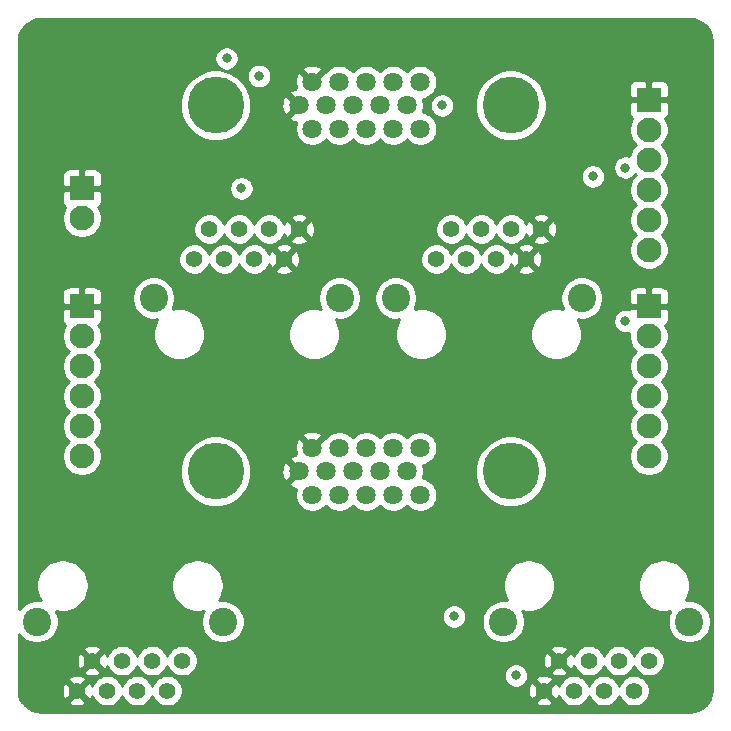
<source format=gbr>
G04 CAM350 V10.5 (Build 464) Date:  Mon Feb 15 08:33:08 2021 *
G04 Database: (Untitled) *
G04 Layer 9: ad57_adapter-In2_Cu.gbr *
%FSLAX23Y23*%
%MOIN*%
%SFA1.000B1.000*%

%MIA0B0*%
%IPPOS*%
%ADD10R,0.08268X0.08268*%
%ADD11C,0.08268*%
%ADD12C,0.18902*%
%ADD13C,0.06449*%
%ADD14C,0.09449*%
%ADD15C,0.05512*%
%ADD16C,0.03150*%
%ADD23C,0.01000*%
%LNad57_adapter-In2_Cu.gbr*%
%LPD*%
G36*
X7165Y-4817D02*
G01X5001D01*
X4986Y-4815*
X4972Y-4811*
X4960Y-4804*
X4949Y-4795*
X4940Y-4785*
X4939Y-4782*
X4933Y-4772*
X4929Y-4759*
X4928Y-4749*
Y-4743*
Y-4709*
Y-4682*
Y-4649*
Y-4609*
Y-4556*
X4931Y-4562*
X4941Y-4572*
X4953Y-4580*
X4966Y-4585*
X4980Y-4588*
X4995*
X5008Y-4585*
X5022Y-4580*
X5033Y-4572*
X5044Y-4562*
X5051Y-4550*
X5057Y-4537*
X5060Y-4523*
Y-4509*
X5057Y-4495*
X5051Y-4482*
Y-4480*
X5064Y-4483*
X5081*
X5098Y-4480*
X5114Y-4473*
X5128Y-4464*
X5140Y-4451*
X5150Y-4437*
X5156Y-4421*
X5160Y-4404*
Y-4387*
X5156Y-4370*
X5150Y-4354*
X5140Y-4340*
X5128Y-4328*
X5114Y-4318*
X5098Y-4312*
X5081Y-4308*
X5064*
X5047Y-4312*
X5031Y-4318*
X5017Y-4328*
X5005Y-4340*
X4995Y-4354*
X4988Y-4370*
X4985Y-4387*
Y-4404*
X4988Y-4421*
X4995Y-4437*
X5000Y-4445*
X4995Y-4444*
X4980*
X4966Y-4446*
X4953Y-4452*
X4941Y-4460*
X4931Y-4470*
X4928Y-4475*
Y-3506*
Y-3423*
Y-3302*
Y-3112*
Y-3067*
Y-3030*
Y-2783*
Y-2634*
Y-2580*
X4929Y-2565*
X4933Y-2551*
X4940Y-2539*
X4949Y-2528*
X4960Y-2519*
X4972Y-2512*
X4985Y-2508*
X5001Y-2506*
X7164*
X7179Y-2508*
X7193Y-2512*
X7205Y-2519*
X7216Y-2527*
X7225Y-2538*
X7232Y-2551*
X7236Y-2564*
X7238Y-2579*
Y-4743*
X7236Y-4758*
X7232Y-4772*
X7226Y-4784*
X7217Y-4795*
X7206Y-4804*
X7193Y-4811*
X7180Y-4815*
X7165Y-4817*
G37*
%LPC*%
G36*
X6691Y-4797D02*
G01X6700Y-4793D01*
X6704Y-4791*
X6707Y-4782*
X6678Y-4753*
X6648Y-4782*
X6651Y-4791*
X6660Y-4796*
X6670Y-4798*
X6680*
X6691Y-4797*
G37*
G36*
X5438Y-4796D02*
G01X5447Y-4792D01*
X5456Y-4786*
X5461Y-4782*
X5463Y-4779*
X5469Y-4771*
X5473Y-4761*
X5475Y-4751*
Y-4749*
Y-4740*
X5473Y-4730*
X5469Y-4721*
X5463Y-4712*
X5456Y-4705*
X5447Y-4699*
X5438Y-4695*
X5428Y-4693*
X5417*
X5407Y-4695*
X5398Y-4699*
X5389Y-4705*
X5382Y-4712*
X5376Y-4721*
X5372Y-4729*
X5369Y-4721*
X5363Y-4712*
X5356Y-4705*
X5347Y-4699*
X5338Y-4695*
X5328Y-4693*
X5317*
X5307Y-4695*
X5298Y-4699*
X5289Y-4705*
X5282Y-4712*
X5276Y-4721*
X5272Y-4729*
X5269Y-4721*
X5263Y-4712*
X5256Y-4705*
X5247Y-4699*
X5238Y-4695*
X5228Y-4693*
X5217*
X5207Y-4695*
X5198Y-4699*
X5189Y-4705*
X5182Y-4712*
X5176Y-4721*
X5172Y-4729*
X5170Y-4723*
X5168Y-4719*
X5159Y-4716*
X5130Y-4746*
X5159Y-4775*
X5168Y-4773*
X5172Y-4763*
Y-4762*
X5176Y-4771*
X5182Y-4779*
X5189Y-4786*
X5198Y-4792*
X5207Y-4796*
X5217Y-4798*
X5228*
X5238Y-4796*
X5247Y-4792*
X5256Y-4786*
X5263Y-4779*
X5269Y-4771*
X5272Y-4762*
X5276Y-4771*
X5282Y-4779*
X5289Y-4786*
X5298Y-4792*
X5307Y-4796*
X5317Y-4798*
X5328*
X5338Y-4796*
X5347Y-4792*
X5356Y-4786*
X5363Y-4779*
X5369Y-4771*
X5372Y-4762*
X5376Y-4771*
X5382Y-4779*
X5389Y-4786*
X5398Y-4792*
X5407Y-4796*
X5417Y-4798*
X5428*
X5438Y-4796*
G37*
G36*
X5136Y-4797D02*
G01X5145Y-4793D01*
X5149Y-4791*
X5152Y-4782*
X5122Y-4753*
X5093Y-4782*
X5096Y-4791*
X5105Y-4796*
X5115Y-4798*
X5125*
X5136Y-4797*
G37*
G36*
X6670Y-4746D02*
G01X6641Y-4716D01*
X6632Y-4719*
X6628Y-4728*
X6625Y-4738*
Y-4749*
X6626Y-4759*
X6630Y-4769*
X6632Y-4773*
X6641Y-4775*
X6670Y-4746*
G37*
G36*
X5115D02*
G01X5086Y-4716D01*
X5077Y-4719*
X5073Y-4728*
X5070Y-4738*
Y-4749*
X5071Y-4759*
X5075Y-4769*
X5077Y-4773*
X5086Y-4775*
X5115Y-4746*
G37*
G36*
X6707Y-4709D02*
G01X6704Y-4700D01*
X6695Y-4696*
X6685Y-4693*
X6675*
X6664Y-4695*
X6655Y-4698*
X6651Y-4700*
X6648Y-4709*
X6678Y-4739*
X6707Y-4709*
G37*
G36*
X6597Y-4734D02*
G01X6604Y-4731D01*
X6611Y-4727*
X6616Y-4721*
X6621Y-4714*
X6623Y-4709*
X6624Y-4707*
X6625Y-4699*
Y-4691*
X6624Y-4683*
X6623Y-4682*
X6621Y-4676*
X6616Y-4669*
X6611Y-4663*
X6604Y-4659*
X6597Y-4656*
X6589Y-4654*
X6581*
X6573Y-4656*
X6565Y-4659*
X6559Y-4663*
X6553Y-4669*
X6549Y-4676*
X6545Y-4683*
X6544Y-4691*
Y-4699*
X6545Y-4707*
X6549Y-4714*
X6553Y-4721*
X6559Y-4727*
X6565Y-4731*
X6573Y-4734*
X6581Y-4736*
X6589*
X6597Y-4734*
G37*
G36*
X5152Y-4709D02*
G01X5149Y-4700D01*
X5140Y-4696*
X5130Y-4693*
X5120*
X5109Y-4695*
X5100Y-4698*
X5096Y-4700*
X5093Y-4709*
X5122Y-4739*
X5152Y-4709*
G37*
G36*
X7043Y-4696D02*
G01X7052Y-4692D01*
X7061Y-4686*
X7068Y-4679*
X7074Y-4671*
X7078Y-4661*
X7080Y-4651*
Y-4640*
X7078Y-4630*
X7074Y-4621*
X7068Y-4612*
X7061Y-4605*
X7052Y-4599*
X7043Y-4595*
X7033Y-4593*
X7022*
X7012Y-4595*
X7003Y-4599*
X6994Y-4605*
X6987Y-4612*
X6981Y-4621*
X6978Y-4629*
X6974Y-4621*
X6968Y-4612*
X6961Y-4605*
X6952Y-4599*
X6943Y-4595*
X6933Y-4593*
X6922*
X6912Y-4595*
X6903Y-4599*
X6894Y-4605*
X6887Y-4612*
X6881Y-4621*
X6878Y-4629*
X6874Y-4621*
X6868Y-4612*
X6861Y-4605*
X6852Y-4599*
X6843Y-4595*
X6833Y-4593*
X6822*
X6812Y-4595*
X6803Y-4599*
X6794Y-4605*
X6787Y-4612*
X6781Y-4621*
X6777Y-4629*
X6775Y-4623*
X6773Y-4619*
X6764Y-4616*
X6735Y-4646*
X6764Y-4675*
X6773Y-4673*
X6777Y-4663*
X6778Y-4662*
X6781Y-4671*
X6787Y-4679*
X6794Y-4686*
X6803Y-4692*
X6812Y-4696*
X6822Y-4698*
X6833*
X6843Y-4696*
X6852Y-4692*
X6861Y-4686*
X6868Y-4679*
X6874Y-4671*
X6878Y-4662*
X6881Y-4671*
X6887Y-4679*
X6894Y-4686*
X6903Y-4692*
X6912Y-4696*
X6922Y-4698*
X6933*
X6943Y-4696*
X6952Y-4692*
X6961Y-4686*
X6968Y-4679*
X6974Y-4671*
X6978Y-4662*
X6981Y-4671*
X6987Y-4679*
X6994Y-4686*
X7003Y-4692*
X7012Y-4696*
X7022Y-4698*
X7033*
X7043Y-4696*
G37*
G36*
X6741Y-4697D02*
G01X6750Y-4693D01*
X6754Y-4691*
X6757Y-4682*
X6728Y-4653*
X6698Y-4682*
X6701Y-4691*
X6710Y-4696*
X6720Y-4698*
X6730*
X6741Y-4697*
G37*
G36*
X5488Y-4696D02*
G01X5497Y-4692D01*
X5499Y-4691*
X5506Y-4686*
X5513Y-4679*
X5519Y-4671*
X5523Y-4661*
X5525Y-4651*
Y-4649*
Y-4640*
X5523Y-4630*
X5519Y-4621*
X5513Y-4612*
X5511Y-4609*
X5506Y-4605*
X5497Y-4599*
X5488Y-4595*
X5478Y-4593*
X5467*
X5457Y-4595*
X5448Y-4599*
X5439Y-4605*
X5432Y-4612*
X5426Y-4621*
X5422Y-4629*
X5419Y-4621*
X5413Y-4612*
X5406Y-4605*
X5397Y-4599*
X5388Y-4595*
X5378Y-4593*
X5367*
X5357Y-4595*
X5348Y-4599*
X5339Y-4605*
X5332Y-4612*
X5326Y-4621*
X5322Y-4629*
X5319Y-4621*
X5313Y-4612*
X5306Y-4605*
X5297Y-4599*
X5288Y-4595*
X5278Y-4593*
X5267*
X5257Y-4595*
X5248Y-4599*
X5239Y-4605*
X5232Y-4612*
X5226Y-4621*
X5222Y-4629*
X5220Y-4623*
X5218Y-4619*
X5209Y-4616*
X5180Y-4646*
X5209Y-4675*
X5218Y-4673*
X5222Y-4663*
Y-4662*
X5226Y-4671*
X5232Y-4679*
X5239Y-4686*
X5248Y-4692*
X5257Y-4696*
X5267Y-4698*
X5278*
X5288Y-4696*
X5297Y-4692*
X5306Y-4686*
X5313Y-4679*
X5319Y-4671*
X5322Y-4662*
X5326Y-4671*
X5332Y-4679*
X5339Y-4686*
X5348Y-4692*
X5357Y-4696*
X5367Y-4698*
X5378*
X5388Y-4696*
X5397Y-4692*
X5406Y-4686*
X5413Y-4679*
X5419Y-4671*
X5422Y-4662*
X5426Y-4671*
X5432Y-4679*
X5439Y-4686*
X5448Y-4692*
X5457Y-4696*
X5467Y-4698*
X5478*
X5488Y-4696*
G37*
G36*
X5186Y-4697D02*
G01X5195Y-4693D01*
X5199Y-4691*
X5202Y-4682*
X5172Y-4653*
X5143Y-4682*
X5146Y-4691*
X5155Y-4696*
X5165Y-4698*
X5175*
X5186Y-4697*
G37*
G36*
X6720Y-4646D02*
G01X6691Y-4616D01*
X6682Y-4619*
X6678Y-4628*
X6675Y-4638*
Y-4649*
X6676Y-4659*
X6680Y-4669*
X6682Y-4673*
X6691Y-4675*
X6720Y-4646*
G37*
G36*
X5165D02*
G01X5136Y-4616D01*
X5127Y-4619*
X5123Y-4628*
X5120Y-4638*
Y-4649*
X5121Y-4659*
X5125Y-4669*
X5127Y-4673*
X5136Y-4675*
X5165Y-4646*
G37*
G36*
X6757Y-4609D02*
G01X6754Y-4600D01*
X6745Y-4596*
X6735Y-4593*
X6725*
X6714Y-4595*
X6705Y-4598*
X6701Y-4600*
X6698Y-4609*
X6728Y-4639*
X6757Y-4609*
G37*
G36*
X5202D02*
G01X5199Y-4600D01*
X5190Y-4596*
X5180Y-4593*
X5170*
X5159Y-4595*
X5150Y-4598*
X5146Y-4600*
X5143Y-4609*
X5172Y-4639*
X5202Y-4609*
G37*
G36*
X7184Y-4585D02*
G01X7197Y-4580D01*
X7209Y-4572*
X7219Y-4562*
X7227Y-4550*
X7232Y-4537*
X7235Y-4523*
Y-4509*
X7232Y-4495*
X7227Y-4482*
X7219Y-4470*
X7209Y-4460*
X7197Y-4452*
X7184Y-4446*
X7170Y-4444*
X7155*
X7150Y-4445*
X7155Y-4437*
X7162Y-4421*
X7165Y-4404*
Y-4387*
X7162Y-4370*
X7155Y-4354*
X7145Y-4340*
X7133Y-4328*
X7119Y-4318*
X7103Y-4312*
X7086Y-4308*
X7069*
X7052Y-4312*
X7036Y-4318*
X7022Y-4328*
X7010Y-4340*
X7000Y-4354*
X6994Y-4370*
X6990Y-4387*
Y-4404*
X6994Y-4421*
X7000Y-4437*
X7010Y-4451*
X7022Y-4464*
X7036Y-4473*
X7052Y-4480*
X7069Y-4483*
X7086*
X7099Y-4480*
Y-4482*
X7093Y-4495*
X7090Y-4509*
Y-4523*
X7093Y-4537*
X7099Y-4550*
X7106Y-4562*
X7117Y-4572*
X7128Y-4580*
X7142Y-4585*
X7155Y-4588*
X7170*
X7184Y-4585*
G37*
G36*
X6564D02*
G01X6577Y-4580D01*
X6589Y-4572*
X6599Y-4562*
X6607Y-4550*
X6612Y-4537*
X6615Y-4523*
Y-4509*
X6612Y-4495*
X6607Y-4482*
X6606Y-4480*
X6619Y-4483*
X6636*
X6653Y-4480*
X6669Y-4473*
X6683Y-4464*
X6695Y-4451*
X6705Y-4437*
X6712Y-4421*
X6715Y-4404*
Y-4387*
X6712Y-4370*
X6705Y-4354*
X6695Y-4340*
X6683Y-4328*
X6669Y-4318*
X6653Y-4312*
X6636Y-4308*
X6619*
X6602Y-4312*
X6586Y-4318*
X6572Y-4328*
X6560Y-4340*
X6550Y-4354*
X6544Y-4370*
X6540Y-4387*
Y-4404*
X6544Y-4421*
X6550Y-4437*
X6555Y-4445*
X6550Y-4444*
X6535*
X6521Y-4446*
X6508Y-4452*
X6496Y-4460*
X6486Y-4470*
X6478Y-4482*
X6473Y-4495*
X6470Y-4509*
Y-4523*
X6473Y-4537*
X6478Y-4550*
X6486Y-4562*
X6496Y-4572*
X6508Y-4580*
X6521Y-4585*
X6535Y-4588*
X6550*
X6564Y-4585*
G37*
G36*
X5629D02*
G01X5642Y-4580D01*
X5654Y-4572*
X5664Y-4562*
X5672Y-4550*
X5677Y-4537*
X5680Y-4523*
Y-4509*
X5677Y-4495*
Y-4494*
X5672Y-4482*
X5664Y-4470*
X5654Y-4460*
X5642Y-4452*
X5629Y-4446*
X5615Y-4444*
X5600*
X5595Y-4445*
X5600Y-4437*
X5606Y-4421*
X5610Y-4404*
Y-4387*
X5606Y-4370*
X5600Y-4354*
X5590Y-4340*
X5578Y-4328*
X5564Y-4318*
X5548Y-4312*
X5531Y-4308*
X5514*
X5497Y-4312*
X5481Y-4318*
X5467Y-4328*
X5455Y-4340*
X5445Y-4354*
X5438Y-4370*
X5435Y-4387*
Y-4404*
X5438Y-4421*
X5445Y-4437*
X5455Y-4451*
X5467Y-4464*
X5481Y-4473*
X5497Y-4480*
X5514Y-4483*
X5531*
X5544Y-4480*
X5543Y-4482*
X5538Y-4495*
X5535Y-4509*
Y-4523*
X5538Y-4537*
X5543Y-4550*
X5551Y-4562*
X5561Y-4572*
X5573Y-4580*
X5586Y-4585*
X5600Y-4588*
X5615*
X5629Y-4585*
G37*
G36*
X6390Y-4537D02*
G01X6397Y-4534D01*
X6404Y-4530*
X6410Y-4524*
X6414Y-4517*
X6417Y-4510*
Y-4509*
X6419Y-4502*
Y-4494*
X6417Y-4486*
X6414Y-4479*
X6410Y-4472*
X6404Y-4466*
X6397Y-4462*
X6390Y-4459*
X6382Y-4457*
X6374*
X6366Y-4459*
X6359Y-4462*
X6352Y-4466*
X6346Y-4472*
X6342Y-4479*
X6339Y-4486*
X6337Y-4494*
Y-4502*
X6339Y-4510*
X6342Y-4517*
X6346Y-4524*
X6352Y-4530*
X6359Y-4534*
X6366Y-4537*
X6374Y-4539*
X6382*
X6390Y-4537*
G37*
G36*
X6282Y-4148D02*
G01X6293Y-4144D01*
X6302Y-4137*
X6310Y-4129*
X6316Y-4120*
X6321Y-4110*
X6323Y-4099*
Y-4087*
X6321Y-4076*
X6316Y-4066*
X6310Y-4057*
X6302Y-4049*
X6293Y-4042*
X6282Y-4038*
X6274Y-4036*
X6276Y-4032*
X6278Y-4021*
Y-4009*
X6277Y-4003*
X6276Y-3998*
X6274Y-3994*
X6282Y-3992*
X6293Y-3988*
X6302Y-3981*
X6310Y-3973*
X6316Y-3964*
X6321Y-3954*
X6323Y-3943*
Y-3931*
X6321Y-3920*
X6316Y-3910*
X6310Y-3901*
X6302Y-3893*
X6293Y-3886*
X6282Y-3882*
X6271Y-3880*
X6260*
X6249Y-3882*
X6238Y-3886*
X6229Y-3893*
X6221Y-3901*
X6220*
X6212Y-3893*
X6203Y-3886*
X6192Y-3882*
X6181Y-3880*
X6170*
X6159Y-3882*
X6148Y-3886*
X6139Y-3893*
X6131Y-3901*
X6130*
X6122Y-3893*
X6113Y-3886*
X6102Y-3882*
X6091Y-3880*
X6080*
X6069Y-3882*
X6058Y-3886*
X6049Y-3893*
X6041Y-3901*
X6040*
X6032Y-3893*
X6023Y-3886*
X6012Y-3882*
X6001Y-3880*
X5990*
X5979Y-3882*
X5968Y-3886*
X5959Y-3893*
X5951Y-3901*
X5948Y-3905*
X5945Y-3904*
X5913Y-3937*
Y-3938*
X5906Y-3945*
Y-3944*
X5905Y-3945*
X5898Y-3938*
Y-3937*
X5866Y-3904*
X5856Y-3907*
X5851Y-3918*
X5849Y-3928*
X5848Y-3940*
X5850Y-3951*
X5852Y-3958*
X5847Y-3959*
X5836Y-3963*
X5831Y-3966*
X5828Y-3975*
X5861Y-4008*
Y-4007*
X5868Y-4014*
Y-4015*
Y-4016*
X5861Y-4023*
Y-4022*
X5828Y-4055*
X5831Y-4064*
X5841Y-4069*
X5852Y-4072*
X5850Y-4076*
X5848Y-4087*
Y-4099*
X5850Y-4110*
X5855Y-4120*
X5861Y-4129*
X5869Y-4137*
X5878Y-4144*
X5889Y-4148*
X5900Y-4150*
X5911*
X5922Y-4148*
X5933Y-4144*
X5942Y-4137*
X5950Y-4129*
X5951*
X5959Y-4137*
X5968Y-4144*
X5979Y-4148*
X5990Y-4150*
X6001*
X6012Y-4148*
X6023Y-4144*
X6032Y-4137*
X6040Y-4129*
X6041*
X6049Y-4137*
X6058Y-4144*
X6069Y-4148*
X6080Y-4150*
X6091*
X6102Y-4148*
X6113Y-4144*
X6122Y-4137*
X6130Y-4129*
X6131*
X6139Y-4137*
X6148Y-4144*
X6159Y-4148*
X6170Y-4150*
X6181*
X6192Y-4148*
X6203Y-4144*
X6212Y-4137*
X6220Y-4129*
X6221*
X6229Y-4137*
X6238Y-4144*
X6249Y-4148*
X6260Y-4150*
X6271*
X6282Y-4148*
G37*
G36*
X6602Y-4130D02*
G01X6624Y-4121D01*
X6644Y-4108*
X6660Y-4091*
X6673Y-4072*
X6682Y-4050*
X6687Y-4027*
Y-4003*
X6682Y-3980*
X6673Y-3958*
X6660Y-3939*
X6644Y-3922*
X6624Y-3909*
X6602Y-3900*
X6579Y-3895*
X6556*
X6533Y-3900*
X6511Y-3909*
X6491Y-3922*
X6475Y-3939*
X6462Y-3958*
X6453Y-3980*
X6448Y-4003*
Y-4027*
X6453Y-4050*
X6462Y-4072*
X6475Y-4091*
X6491Y-4108*
X6511Y-4121*
X6533Y-4130*
X6556Y-4135*
X6579*
X6602Y-4130*
G37*
G36*
X5618D02*
G01X5640Y-4121D01*
X5660Y-4108*
X5676Y-4091*
X5689Y-4072*
X5698Y-4050*
X5703Y-4027*
Y-4018*
Y-4003*
X5698Y-3980*
X5696Y-3975*
X5689Y-3958*
X5676Y-3939*
X5660Y-3922*
X5640Y-3909*
X5618Y-3900*
X5605Y-3897*
X5595Y-3895*
X5572*
X5549Y-3900*
X5527Y-3909*
X5507Y-3922*
X5491Y-3939*
X5478Y-3958*
X5469Y-3980*
X5464Y-4003*
Y-4027*
X5469Y-4050*
X5478Y-4072*
X5491Y-4091*
X5507Y-4108*
X5527Y-4121*
X5549Y-4130*
X5572Y-4135*
X5595*
X5618Y-4130*
G37*
G36*
X5853Y-4015D02*
G01X5821Y-3982D01*
X5811Y-3985*
X5806Y-3996*
X5804Y-4006*
X5803Y-4018*
X5805Y-4029*
X5808Y-4040*
X5811Y-4045*
X5821Y-4048*
X5853Y-4015*
G37*
G36*
X7047Y-4028D02*
G01X7059Y-4023D01*
X7070Y-4016*
X7079Y-4007*
X7086Y-3996*
X7091Y-3984*
X7094Y-3971*
Y-3958*
X7091Y-3945*
X7086Y-3933*
X7079Y-3922*
X7071Y-3915*
X7079Y-3907*
X7086Y-3896*
X7091Y-3884*
X7094Y-3871*
Y-3858*
X7091Y-3845*
X7086Y-3833*
X7079Y-3822*
X7071Y-3815*
X7079Y-3807*
X7086Y-3796*
X7091Y-3784*
X7094Y-3771*
Y-3758*
X7091Y-3745*
X7086Y-3733*
X7079Y-3722*
X7071Y-3715*
X7079Y-3707*
X7086Y-3696*
X7091Y-3684*
X7094Y-3671*
Y-3658*
X7091Y-3645*
X7086Y-3633*
X7079Y-3622*
X7071Y-3615*
X7079Y-3607*
X7086Y-3596*
X7091Y-3584*
X7094Y-3571*
Y-3558*
X7091Y-3545*
X7086Y-3533*
X7082Y-3527*
X7083*
X7087Y-3524*
X7090Y-3520*
X7092Y-3516*
X7094Y-3511*
Y-3506*
Y-3476*
X7088Y-3470*
X7033*
X7023*
X6967*
X6962Y-3475*
X6961*
X6953Y-3473*
X6945*
X6937Y-3475*
X6930Y-3478*
X6923Y-3482*
X6917Y-3488*
X6913Y-3494*
X6910Y-3502*
X6908Y-3510*
Y-3518*
X6910Y-3526*
X6913Y-3533*
X6917Y-3540*
X6923Y-3545*
X6930Y-3550*
X6937Y-3553*
X6945Y-3555*
X6953*
X6961Y-3553*
X6962Y-3552*
X6961Y-3558*
Y-3571*
X6964Y-3584*
X6969Y-3596*
X6976Y-3607*
X6984Y-3615*
X6976Y-3622*
X6969Y-3633*
X6964Y-3645*
X6961Y-3658*
Y-3671*
X6964Y-3684*
X6969Y-3696*
X6976Y-3707*
X6984Y-3715*
X6976Y-3722*
X6969Y-3733*
X6964Y-3745*
X6961Y-3758*
Y-3771*
X6964Y-3784*
X6969Y-3796*
X6976Y-3807*
X6984Y-3815*
X6976Y-3822*
X6969Y-3833*
X6964Y-3845*
X6961Y-3858*
Y-3871*
X6964Y-3884*
X6969Y-3896*
X6976Y-3907*
X6984Y-3915*
X6976Y-3922*
X6969Y-3933*
X6964Y-3945*
X6961Y-3958*
Y-3971*
X6964Y-3984*
X6969Y-3996*
X6976Y-4007*
X6985Y-4016*
X6996Y-4023*
X7008Y-4028*
X7021Y-4031*
X7034*
X7047Y-4028*
G37*
G36*
X5157D02*
G01X5169Y-4023D01*
X5180Y-4016*
X5189Y-4007*
X5192Y-4003*
X5197Y-3996*
X5202Y-3984*
X5204Y-3971*
Y-3958*
X5202Y-3945*
X5197Y-3933*
X5189Y-3922*
X5182Y-3915*
X5189Y-3907*
X5197Y-3896*
X5202Y-3884*
X5204Y-3871*
Y-3858*
X5202Y-3845*
X5197Y-3833*
X5189Y-3822*
X5182Y-3815*
X5189Y-3807*
X5197Y-3796*
X5202Y-3784*
X5204Y-3771*
Y-3758*
X5202Y-3745*
X5197Y-3733*
X5189Y-3722*
X5182Y-3715*
X5189Y-3707*
X5197Y-3696*
X5202Y-3684*
X5204Y-3671*
Y-3658*
X5202Y-3645*
X5197Y-3633*
X5189Y-3622*
X5182Y-3615*
X5189Y-3607*
X5197Y-3596*
X5202Y-3584*
X5204Y-3571*
Y-3558*
X5202Y-3545*
X5197Y-3533*
X5193Y-3527*
X5197Y-3524*
X5200Y-3520*
X5202Y-3516*
X5204Y-3511*
Y-3506*
Y-3476*
X5198Y-3470*
X5143*
X5133*
X5078*
X5071Y-3476*
Y-3506*
X5072Y-3511*
X5073Y-3516*
X5076Y-3520*
X5079Y-3524*
X5083Y-3527*
X5079Y-3533*
X5074Y-3545*
X5071Y-3558*
Y-3571*
X5074Y-3584*
X5079Y-3596*
X5086Y-3607*
X5094Y-3615*
X5086Y-3622*
X5079Y-3633*
X5074Y-3645*
X5071Y-3658*
Y-3671*
X5074Y-3684*
X5079Y-3696*
X5086Y-3707*
X5094Y-3715*
X5086Y-3722*
X5079Y-3733*
X5074Y-3745*
X5071Y-3758*
Y-3771*
X5074Y-3784*
X5079Y-3796*
X5086Y-3807*
X5094Y-3815*
X5086Y-3822*
X5079Y-3833*
X5074Y-3845*
X5071Y-3858*
Y-3871*
X5074Y-3884*
X5079Y-3896*
X5086Y-3907*
X5094Y-3915*
X5086Y-3922*
X5079Y-3933*
X5074Y-3945*
X5071Y-3958*
Y-3971*
X5074Y-3984*
X5079Y-3996*
X5086Y-4007*
X5096Y-4016*
X5106Y-4023*
X5118Y-4028*
X5131Y-4031*
X5144*
X5157Y-4028*
G37*
G36*
X5938Y-3897D02*
G01X5935Y-3888D01*
X5925Y-3883*
X5914Y-3880*
X5903*
X5892Y-3881*
X5881Y-3885*
X5876Y-3888*
X5873Y-3897*
X5906Y-3930*
X5938Y-3897*
G37*
G36*
X6744Y-3641D02*
G01X6760Y-3635D01*
X6775Y-3625*
X6787Y-3613*
X6796Y-3598*
X6803Y-3583*
X6806Y-3566*
Y-3548*
X6803Y-3532*
X6796Y-3516*
X6792Y-3510*
X6791Y-3508*
X6797Y-3509*
X6811*
X6825Y-3506*
X6838Y-3501*
X6850Y-3493*
X6860Y-3483*
X6868Y-3471*
X6873Y-3458*
X6876Y-3444*
Y-3430*
X6875Y-3423*
X6873Y-3416*
X6868Y-3403*
X6860Y-3391*
X6850Y-3381*
X6838Y-3373*
X6825Y-3368*
X6811Y-3365*
X6797*
X6783Y-3368*
X6770Y-3373*
X6758Y-3381*
X6748Y-3391*
X6740Y-3403*
X6734Y-3416*
X6732Y-3430*
Y-3444*
X6734Y-3458*
X6740Y-3471*
X6741Y-3472*
X6728Y-3470*
X6710*
X6693Y-3473*
X6677Y-3480*
X6663Y-3489*
X6651Y-3501*
X6641Y-3516*
X6635Y-3532*
X6631Y-3548*
Y-3566*
X6635Y-3583*
X6641Y-3598*
X6651Y-3613*
X6663Y-3625*
X6677Y-3635*
X6693Y-3641*
X6710Y-3644*
X6728*
X6744Y-3641*
G37*
G36*
X6294D02*
G01X6310Y-3635D01*
X6325Y-3625*
X6337Y-3613*
X6346Y-3598*
X6353Y-3583*
X6356Y-3566*
Y-3548*
X6353Y-3532*
X6346Y-3516*
X6337Y-3501*
X6325Y-3489*
X6310Y-3480*
X6294Y-3473*
X6278Y-3470*
X6260*
X6247Y-3472*
X6248Y-3471*
X6253Y-3458*
X6256Y-3444*
Y-3430*
X6253Y-3416*
X6248Y-3403*
X6240Y-3391*
X6230Y-3381*
X6218Y-3373*
X6205Y-3368*
X6191Y-3365*
X6177*
X6163Y-3368*
X6150Y-3373*
X6138Y-3381*
X6128Y-3391*
X6120Y-3403*
X6114Y-3416*
X6112Y-3430*
Y-3444*
X6114Y-3458*
X6120Y-3471*
X6128Y-3483*
X6138Y-3493*
X6150Y-3501*
X6163Y-3506*
X6177Y-3509*
X6191*
X6196Y-3508*
X6191Y-3516*
X6185Y-3532*
X6181Y-3548*
Y-3566*
X6185Y-3583*
X6191Y-3598*
X6201Y-3613*
X6213Y-3625*
X6227Y-3635*
X6243Y-3641*
X6260Y-3644*
X6278*
X6294Y-3641*
G37*
G36*
X5937D02*
G01X5953Y-3635D01*
X5968Y-3625*
X5980Y-3613*
X5989Y-3598*
X5996Y-3583*
X5999Y-3566*
Y-3548*
X5996Y-3532*
X5989Y-3516*
X5984Y-3508*
X5990Y-3509*
X6004*
X6018Y-3506*
X6031Y-3501*
X6043Y-3493*
X6053Y-3483*
X6061Y-3471*
X6066Y-3458*
X6069Y-3444*
Y-3430*
X6066Y-3416*
X6061Y-3403*
X6053Y-3391*
X6043Y-3381*
X6031Y-3373*
X6018Y-3368*
X6004Y-3365*
X5990*
X5976Y-3368*
X5963Y-3373*
X5951Y-3381*
X5941Y-3391*
X5933Y-3403*
X5927Y-3416*
X5925Y-3430*
Y-3444*
X5927Y-3458*
X5933Y-3471*
X5934Y-3472*
X5920Y-3470*
X5903*
X5886Y-3473*
X5870Y-3480*
X5856Y-3489*
X5844Y-3501*
X5834Y-3516*
X5828Y-3532*
X5824Y-3548*
Y-3566*
X5828Y-3583*
X5834Y-3598*
X5844Y-3613*
X5856Y-3625*
X5870Y-3635*
X5886Y-3641*
X5903Y-3644*
X5920*
X5937Y-3641*
G37*
G36*
X5487D02*
G01X5503Y-3635D01*
X5518Y-3625*
X5530Y-3613*
X5539Y-3598*
X5546Y-3583*
X5549Y-3566*
Y-3548*
X5546Y-3532*
X5539Y-3516*
X5530Y-3501*
X5518Y-3489*
X5503Y-3480*
X5487Y-3473*
X5470Y-3470*
X5453*
X5440Y-3472*
X5441Y-3471*
X5446Y-3458*
X5449Y-3444*
Y-3430*
X5446Y-3416*
X5441Y-3403*
X5433Y-3391*
X5423Y-3381*
X5411Y-3373*
X5398Y-3368*
X5384Y-3365*
X5370*
X5356Y-3368*
X5343Y-3373*
X5331Y-3381*
X5321Y-3391*
X5313Y-3403*
X5307Y-3416*
X5305Y-3430*
Y-3444*
X5307Y-3458*
X5313Y-3471*
X5321Y-3483*
X5331Y-3493*
X5343Y-3501*
X5356Y-3506*
X5370Y-3509*
X5384*
X5389Y-3508*
X5384Y-3516*
X5378Y-3532*
X5374Y-3548*
Y-3566*
X5378Y-3583*
X5384Y-3598*
X5394Y-3613*
X5406Y-3625*
X5420Y-3635*
X5436Y-3641*
X5453Y-3644*
X5470*
X5487Y-3641*
G37*
G36*
X7088Y-3460D02*
G01X7094Y-3453D01*
Y-3423*
Y-3418*
X7092Y-3414*
X7090Y-3409*
X7087Y-3405*
X7083Y-3402*
X7079Y-3400*
X7074Y-3399*
X7069Y-3398*
X7039*
X7033Y-3404*
Y-3460*
X7088*
G37*
G36*
X7023D02*
G01Y-3404D01*
X7016Y-3398*
X6986*
X6981Y-3399*
X6977Y-3400*
X6972Y-3402*
X6968Y-3405*
X6965Y-3409*
X6963Y-3414*
X6962Y-3418*
X6961Y-3423*
Y-3453*
X6967Y-3460*
X7023*
G37*
G36*
X5198D02*
G01X5204Y-3453D01*
Y-3430*
Y-3423*
Y-3418*
X5202Y-3414*
X5200Y-3409*
X5197Y-3405*
X5193Y-3402*
X5189Y-3400*
X5184Y-3399*
X5179Y-3398*
X5149*
X5143Y-3404*
Y-3460*
X5198*
G37*
G36*
X5133D02*
G01Y-3404D01*
X5127Y-3398*
X5096*
X5092Y-3399*
X5087Y-3400*
X5083Y-3402*
X5079Y-3405*
X5076Y-3409*
X5073Y-3414*
X5072Y-3418*
X5071Y-3423*
Y-3453*
X5078Y-3460*
X5133*
G37*
G36*
X6632Y-3358D02*
G01X6642Y-3355D01*
X6646Y-3353*
X6648Y-3343*
X6619Y-3314*
X6590Y-3343*
X6592Y-3353*
X6601Y-3357*
X6611Y-3359*
X6622Y-3360*
X6632Y-3358*
G37*
G36*
X6534D02*
G01X6544Y-3354D01*
X6552Y-3348*
X6557Y-3343*
X6560Y-3341*
X6565Y-3332*
X6569Y-3324*
X6571Y-3330*
X6573Y-3334*
X6583Y-3336*
X6612Y-3307*
X6583Y-3278*
X6573Y-3280*
X6569Y-3290*
X6565Y-3282*
X6560Y-3274*
X6557Y-3271*
X6552Y-3266*
X6544Y-3261*
X6534Y-3257*
X6524Y-3255*
X6514*
X6504Y-3257*
X6494Y-3261*
X6485Y-3266*
X6478Y-3274*
X6472Y-3282*
X6469Y-3290*
X6465Y-3282*
X6460Y-3274*
X6452Y-3266*
X6444Y-3261*
X6434Y-3257*
X6424Y-3255*
X6414*
X6404Y-3257*
X6394Y-3261*
X6385Y-3266*
X6378Y-3274*
X6372Y-3282*
X6369Y-3290*
X6365Y-3282*
X6360Y-3274*
X6352Y-3266*
X6344Y-3261*
X6334Y-3257*
X6324Y-3255*
X6314*
X6304Y-3257*
X6294Y-3261*
X6285Y-3266*
X6278Y-3274*
X6272Y-3282*
X6268Y-3292*
X6266Y-3302*
Y-3312*
X6268Y-3322*
X6272Y-3332*
X6278Y-3341*
X6285Y-3348*
X6294Y-3354*
X6304Y-3358*
X6314Y-3360*
X6324*
X6334Y-3358*
X6344Y-3354*
X6352Y-3348*
X6360Y-3341*
X6365Y-3332*
X6369Y-3324*
X6372Y-3332*
X6378Y-3341*
X6385Y-3348*
X6394Y-3354*
X6404Y-3358*
X6414Y-3360*
X6424*
X6434Y-3358*
X6444Y-3354*
X6452Y-3348*
X6460Y-3341*
X6465Y-3332*
X6469Y-3324*
X6472Y-3332*
X6478Y-3341*
X6485Y-3348*
X6494Y-3354*
X6504Y-3358*
X6514Y-3360*
X6524*
X6534Y-3358*
G37*
G36*
X5825D02*
G01X5835Y-3355D01*
X5839Y-3353*
X5841Y-3343*
X5812Y-3314*
X5783Y-3343*
X5785Y-3353*
X5794Y-3357*
X5804Y-3359*
X5815Y-3360*
X5825Y-3358*
G37*
G36*
X5727D02*
G01X5737Y-3354D01*
X5745Y-3348*
X5750Y-3343*
X5753Y-3341*
X5758Y-3332*
X5762Y-3324*
X5764Y-3330*
X5766Y-3334*
X5776Y-3336*
X5805Y-3307*
X5776Y-3278*
X5766Y-3280*
X5762Y-3290*
X5758Y-3282*
X5753Y-3274*
X5750Y-3271*
X5745Y-3266*
X5737Y-3261*
X5727Y-3257*
X5717Y-3255*
X5707*
X5696Y-3257*
X5687Y-3261*
X5678Y-3266*
X5671Y-3274*
X5665Y-3282*
X5662Y-3290*
X5658Y-3282*
X5653Y-3274*
X5645Y-3266*
X5637Y-3261*
X5627Y-3257*
X5617Y-3255*
X5607*
X5596Y-3257*
X5587Y-3261*
X5578Y-3266*
X5571Y-3274*
X5565Y-3282*
X5562Y-3290*
X5558Y-3282*
X5553Y-3274*
X5545Y-3266*
X5537Y-3261*
X5527Y-3257*
X5517Y-3255*
X5507*
X5496Y-3257*
X5487Y-3261*
X5478Y-3266*
X5471Y-3274*
X5465Y-3282*
X5461Y-3292*
X5459Y-3302*
Y-3312*
X5461Y-3322*
X5465Y-3332*
X5471Y-3341*
X5478Y-3348*
X5487Y-3354*
X5496Y-3358*
X5507Y-3360*
X5517*
X5527Y-3358*
X5537Y-3354*
X5545Y-3348*
X5553Y-3341*
X5558Y-3332*
X5562Y-3324*
X5565Y-3332*
X5571Y-3341*
X5578Y-3348*
X5587Y-3354*
X5596Y-3358*
X5607Y-3360*
X5617*
X5627Y-3358*
X5637Y-3354*
X5645Y-3348*
X5653Y-3341*
X5658Y-3332*
X5662Y-3324*
X5665Y-3332*
X5671Y-3341*
X5678Y-3348*
X5687Y-3354*
X5696Y-3358*
X5707Y-3360*
X5717*
X5727Y-3358*
G37*
G36*
X7047Y-3339D02*
G01X7059Y-3334D01*
X7070Y-3327*
X7079Y-3318*
X7086Y-3307*
X7091Y-3295*
X7094Y-3282*
Y-3269*
X7091Y-3256*
X7086Y-3244*
X7079Y-3233*
X7071Y-3226*
X7079Y-3218*
X7086Y-3207*
X7091Y-3195*
X7094Y-3182*
Y-3169*
X7091Y-3156*
X7086Y-3144*
X7079Y-3133*
X7071Y-3126*
X7079Y-3118*
X7086Y-3107*
X7091Y-3095*
X7094Y-3082*
Y-3069*
X7091Y-3056*
X7086Y-3044*
X7079Y-3033*
X7071Y-3026*
X7079Y-3018*
X7086Y-3007*
X7091Y-2995*
X7094Y-2982*
Y-2969*
X7091Y-2956*
X7086Y-2944*
X7079Y-2933*
X7071Y-2926*
X7079Y-2918*
X7086Y-2907*
X7091Y-2895*
X7094Y-2882*
Y-2869*
X7091Y-2856*
X7086Y-2844*
X7082Y-2838*
X7083*
X7087Y-2835*
X7090Y-2831*
X7092Y-2827*
X7094Y-2822*
Y-2817*
Y-2787*
X7088Y-2781*
X7033*
X7023*
X6967*
X6961Y-2787*
Y-2817*
X6962Y-2822*
X6963Y-2827*
X6965Y-2831*
X6968Y-2835*
X6972Y-2838*
X6973*
X6969Y-2844*
X6964Y-2856*
X6961Y-2869*
Y-2882*
X6964Y-2895*
X6969Y-2907*
X6976Y-2918*
X6984Y-2926*
X6976Y-2933*
X6969Y-2944*
X6964Y-2956*
X6962Y-2963*
X6961*
X6953Y-2961*
X6945*
X6937Y-2963*
X6930Y-2966*
X6923Y-2970*
X6917Y-2976*
X6913Y-2983*
X6910Y-2990*
X6908Y-2998*
Y-3006*
X6910Y-3014*
X6913Y-3021*
X6917Y-3028*
X6923Y-3034*
X6930Y-3038*
X6937Y-3041*
X6945Y-3043*
X6953*
X6961Y-3041*
X6968Y-3038*
X6975Y-3034*
X6980Y-3028*
X6983Y-3025*
X6984Y-3026*
X6976Y-3033*
X6969Y-3044*
X6964Y-3056*
X6961Y-3069*
Y-3082*
X6964Y-3095*
X6969Y-3107*
X6976Y-3118*
X6984Y-3126*
X6976Y-3133*
X6969Y-3144*
X6964Y-3156*
X6961Y-3169*
Y-3182*
X6964Y-3195*
X6969Y-3207*
X6976Y-3218*
X6984Y-3226*
X6976Y-3233*
X6969Y-3244*
X6964Y-3256*
X6961Y-3269*
Y-3282*
X6964Y-3295*
X6969Y-3307*
X6976Y-3318*
X6985Y-3327*
X6996Y-3334*
X7008Y-3339*
X7021Y-3342*
X7034*
X7047Y-3339*
G37*
G36*
X6664Y-3334D02*
G01X6669Y-3325D01*
X6671Y-3314*
X6672Y-3304*
X6670Y-3294*
X6666Y-3284*
X6664Y-3280*
X6655Y-3278*
X6626Y-3307*
X6655Y-3336*
X6664Y-3334*
G37*
G36*
X5857D02*
G01X5862Y-3325D01*
X5864Y-3314*
X5865Y-3304*
X5864Y-3302*
X5863Y-3294*
X5859Y-3284*
X5857Y-3280*
X5848Y-3278*
X5819Y-3307*
X5848Y-3336*
X5857Y-3334*
G37*
G36*
X6648Y-3271D02*
G01X6646Y-3262D01*
X6636Y-3257*
X6626Y-3255*
X6616Y-3254*
X6606Y-3256*
X6596Y-3259*
X6592Y-3262*
X6590Y-3271*
X6619Y-3300*
X6648Y-3271*
G37*
G36*
X5841D02*
G01X5839Y-3262D01*
X5829Y-3257*
X5819Y-3255*
X5809Y-3254*
X5799Y-3256*
X5789Y-3259*
X5785Y-3262*
X5783Y-3271*
X5812Y-3300*
X5841Y-3271*
G37*
G36*
X6682Y-3258D02*
G01X6692Y-3255D01*
X6696Y-3253*
X6698Y-3243*
X6669Y-3214*
X6640Y-3243*
X6642Y-3253*
X6651Y-3257*
X6661Y-3259*
X6672Y-3260*
X6682Y-3258*
G37*
G36*
X6584D02*
G01X6594Y-3254D01*
X6602Y-3248*
X6607Y-3243*
X6610Y-3241*
X6615Y-3232*
X6619Y-3224*
X6621Y-3230*
X6623Y-3234*
X6633Y-3236*
X6662Y-3207*
X6633Y-3178*
X6623Y-3180*
X6619Y-3190*
X6615Y-3182*
X6610Y-3174*
X6607Y-3171*
X6602Y-3166*
X6594Y-3161*
X6584Y-3157*
X6574Y-3155*
X6564*
X6554Y-3157*
X6544Y-3161*
X6535Y-3166*
X6528Y-3174*
X6522Y-3182*
X6519Y-3190*
X6515Y-3182*
X6510Y-3174*
X6502Y-3166*
X6494Y-3161*
X6484Y-3157*
X6474Y-3155*
X6464*
X6454Y-3157*
X6444Y-3161*
X6435Y-3166*
X6428Y-3174*
X6422Y-3182*
X6419Y-3190*
X6415Y-3182*
X6410Y-3174*
X6402Y-3166*
X6394Y-3161*
X6384Y-3157*
X6374Y-3155*
X6364*
X6354Y-3157*
X6344Y-3161*
X6335Y-3166*
X6328Y-3174*
X6322Y-3182*
X6318Y-3192*
X6316Y-3202*
Y-3212*
X6318Y-3222*
X6322Y-3232*
X6328Y-3241*
X6335Y-3248*
X6344Y-3254*
X6354Y-3258*
X6364Y-3260*
X6374*
X6384Y-3258*
X6394Y-3254*
X6402Y-3248*
X6410Y-3241*
X6415Y-3232*
X6419Y-3224*
X6422Y-3232*
X6428Y-3241*
X6435Y-3248*
X6444Y-3254*
X6454Y-3258*
X6464Y-3260*
X6474*
X6484Y-3258*
X6494Y-3254*
X6502Y-3248*
X6510Y-3241*
X6515Y-3232*
X6519Y-3224*
X6522Y-3232*
X6528Y-3241*
X6535Y-3248*
X6544Y-3254*
X6554Y-3258*
X6564Y-3260*
X6574*
X6584Y-3258*
G37*
G36*
X5875D02*
G01X5885Y-3255D01*
X5889Y-3253*
X5891Y-3243*
X5862Y-3214*
X5833Y-3243*
X5835Y-3253*
X5844Y-3257*
X5854Y-3259*
X5865Y-3260*
X5875Y-3258*
G37*
G36*
X5777D02*
G01X5787Y-3254D01*
X5795Y-3248*
X5800Y-3243*
X5803Y-3241*
X5808Y-3232*
X5812Y-3224*
X5814Y-3230*
X5816Y-3234*
X5826Y-3236*
X5855Y-3207*
X5826Y-3178*
X5816Y-3180*
X5812Y-3190*
X5808Y-3182*
X5803Y-3174*
X5800Y-3171*
X5795Y-3166*
X5787Y-3161*
X5777Y-3157*
X5767Y-3155*
X5757*
X5746Y-3157*
X5737Y-3161*
X5728Y-3166*
X5721Y-3174*
X5715Y-3182*
X5712Y-3190*
X5708Y-3182*
X5703Y-3174*
X5695Y-3166*
X5687Y-3161*
X5677Y-3157*
X5667Y-3155*
X5657*
X5646Y-3157*
X5637Y-3161*
X5628Y-3166*
X5621Y-3174*
X5615Y-3182*
X5612Y-3190*
X5608Y-3182*
X5603Y-3174*
X5595Y-3166*
X5587Y-3161*
X5577Y-3157*
X5567Y-3155*
X5557*
X5546Y-3157*
X5537Y-3161*
X5528Y-3166*
X5521Y-3174*
X5515Y-3182*
X5511Y-3192*
X5509Y-3202*
Y-3212*
X5511Y-3222*
X5515Y-3232*
X5521Y-3241*
X5528Y-3248*
X5537Y-3254*
X5546Y-3258*
X5557Y-3260*
X5567*
X5577Y-3258*
X5587Y-3254*
X5595Y-3248*
X5603Y-3241*
X5608Y-3232*
X5612Y-3224*
X5615Y-3232*
X5621Y-3241*
X5628Y-3248*
X5637Y-3254*
X5646Y-3258*
X5657Y-3260*
X5667*
X5677Y-3258*
X5687Y-3254*
X5695Y-3248*
X5703Y-3241*
X5708Y-3232*
X5712Y-3224*
X5715Y-3232*
X5721Y-3241*
X5728Y-3248*
X5737Y-3254*
X5746Y-3258*
X5757Y-3260*
X5767*
X5777Y-3258*
G37*
G36*
X5157Y-3235D02*
G01X5169Y-3230D01*
X5180Y-3222*
X5189Y-3213*
X5197Y-3202*
X5202Y-3190*
X5204Y-3177*
Y-3164*
X5202Y-3152*
X5197Y-3139*
X5193Y-3133*
X5197Y-3130*
X5200Y-3126*
X5202Y-3122*
X5204Y-3117*
Y-3112*
Y-3082*
X5198Y-3076*
X5143*
Y-3077*
X5133*
Y-3076*
X5078*
X5071Y-3082*
Y-3112*
X5072Y-3117*
X5073Y-3122*
X5076Y-3126*
X5079Y-3130*
X5083Y-3133*
X5079Y-3139*
X5074Y-3152*
X5071Y-3164*
Y-3177*
X5074Y-3190*
X5079Y-3202*
X5086Y-3213*
X5096Y-3222*
X5106Y-3230*
X5118Y-3235*
X5131Y-3237*
X5144*
X5157Y-3235*
G37*
G36*
X6714Y-3234D02*
G01X6719Y-3225D01*
X6721Y-3214*
X6722Y-3204*
X6720Y-3194*
X6716Y-3184*
X6714Y-3180*
X6705Y-3178*
X6676Y-3207*
X6705Y-3236*
X6714Y-3234*
G37*
G36*
X5907D02*
G01X5912Y-3225D01*
X5914Y-3214*
X5915Y-3204*
X5914Y-3202*
X5913Y-3194*
X5909Y-3184*
X5907Y-3180*
X5898Y-3178*
X5869Y-3207*
X5898Y-3236*
X5907Y-3234*
G37*
G36*
X6698Y-3171D02*
G01X6696Y-3162D01*
X6686Y-3157*
X6676Y-3155*
X6666Y-3154*
X6656Y-3156*
X6646Y-3159*
X6642Y-3162*
X6640Y-3171*
X6669Y-3200*
X6698Y-3171*
G37*
G36*
X5891D02*
G01X5889Y-3162D01*
X5879Y-3157*
X5869Y-3155*
X5859Y-3154*
X5849Y-3156*
X5839Y-3159*
X5835Y-3162*
X5833Y-3171*
X5862Y-3200*
X5891Y-3171*
G37*
G36*
X5681Y-3110D02*
G01X5689Y-3107D01*
X5695Y-3103*
X5701Y-3097*
X5705Y-3090*
X5708Y-3083*
X5710Y-3075*
Y-3067*
X5708Y-3059*
X5705Y-3052*
X5701Y-3045*
X5695Y-3039*
X5689Y-3035*
X5681Y-3032*
X5673Y-3030*
X5665*
X5657Y-3032*
X5650Y-3035*
X5643Y-3039*
X5638Y-3045*
X5633Y-3052*
X5630Y-3059*
X5629Y-3067*
Y-3075*
X5630Y-3083*
X5633Y-3090*
X5638Y-3097*
X5643Y-3103*
X5650Y-3107*
X5657Y-3110*
X5665Y-3112*
X5673*
X5681Y-3110*
G37*
G36*
X6852Y-3071D02*
G01X6860Y-3068D01*
X6867Y-3063*
X6872Y-3057*
X6877Y-3051*
X6880Y-3043*
X6881Y-3036*
Y-3027*
X6880Y-3020*
X6877Y-3012*
X6872Y-3006*
X6867Y-3000*
X6864Y-2998*
X6860Y-2995*
X6852Y-2992*
X6845Y-2991*
X6837*
X6829Y-2992*
X6821Y-2995*
X6815Y-3000*
X6809Y-3006*
X6804Y-3012*
X6801Y-3020*
X6800Y-3027*
Y-3036*
X6801Y-3043*
X6804Y-3051*
X6809Y-3057*
X6815Y-3063*
X6821Y-3068*
X6829Y-3071*
X6837Y-3072*
X6845*
X6852Y-3071*
G37*
G36*
X5198Y-3066D02*
G01X5204Y-3060D01*
Y-3030*
Y-3027*
Y-3025*
X5202Y-3020*
X5200Y-3016*
X5197Y-3012*
X5193Y-3009*
X5189Y-3006*
X5184Y-3005*
X5179Y-3004*
X5149Y-3005*
X5143Y-3011*
Y-3066*
X5198*
G37*
G36*
X5133D02*
G01Y-3011D01*
X5127Y-3005*
X5096Y-3004*
X5092Y-3005*
X5087Y-3006*
X5083Y-3009*
X5079Y-3012*
X5076Y-3016*
X5073Y-3020*
X5072Y-3025*
X5071Y-3030*
Y-3060*
X5078Y-3066*
X5133*
G37*
G36*
X6282Y-2928D02*
G01X6293Y-2923D01*
X6302Y-2917*
X6310Y-2909*
X6316Y-2900*
X6321Y-2889*
X6323Y-2878*
Y-2867*
X6321Y-2856*
X6316Y-2845*
X6310Y-2836*
X6302Y-2828*
X6293Y-2822*
X6282Y-2817*
X6274Y-2816*
X6276Y-2811*
X6278Y-2800*
Y-2791*
Y-2789*
X6276Y-2778*
X6274Y-2773*
X6282Y-2772*
X6293Y-2767*
X6302Y-2761*
X6310Y-2753*
X6316Y-2744*
X6321Y-2733*
X6323Y-2722*
Y-2711*
X6321Y-2700*
X6316Y-2689*
X6310Y-2680*
X6302Y-2672*
X6293Y-2666*
X6282Y-2661*
X6271Y-2659*
X6260*
X6249Y-2661*
X6238Y-2666*
X6229Y-2672*
X6221Y-2680*
Y-2681*
X6220Y-2680*
X6212Y-2672*
X6203Y-2666*
X6192Y-2661*
X6181Y-2659*
X6170*
X6159Y-2661*
X6148Y-2666*
X6139Y-2672*
X6131Y-2680*
Y-2681*
X6130Y-2680*
X6122Y-2672*
X6113Y-2666*
X6102Y-2661*
X6091Y-2659*
X6080*
X6069Y-2661*
X6058Y-2666*
X6049Y-2672*
X6041Y-2680*
Y-2681*
X6040Y-2680*
X6032Y-2672*
X6023Y-2666*
X6012Y-2661*
X6001Y-2659*
X5990*
X5979Y-2661*
X5968Y-2666*
X5959Y-2672*
X5951Y-2680*
X5948Y-2685*
X5945Y-2684*
X5913Y-2717*
X5906Y-2724*
X5905*
X5898Y-2717*
X5866Y-2684*
X5856Y-2687*
X5851Y-2697*
X5849Y-2708*
X5848Y-2719*
X5850Y-2730*
X5852Y-2738*
X5847Y-2739*
X5836Y-2742*
X5831Y-2745*
X5828Y-2755*
X5861Y-2787*
X5868Y-2794*
Y-2795*
X5861Y-2802*
X5828Y-2834*
X5831Y-2844*
X5841Y-2849*
X5852Y-2851*
X5850Y-2856*
X5848Y-2867*
Y-2878*
X5850Y-2889*
X5855Y-2900*
X5861Y-2909*
X5869Y-2917*
X5878Y-2923*
X5889Y-2928*
X5900Y-2930*
X5911*
X5922Y-2928*
X5933Y-2923*
X5942Y-2917*
X5950Y-2909*
X5951Y-2908*
Y-2909*
X5959Y-2917*
X5968Y-2923*
X5979Y-2928*
X5990Y-2930*
X6001*
X6012Y-2928*
X6023Y-2923*
X6032Y-2917*
X6040Y-2909*
X6041Y-2908*
Y-2909*
X6049Y-2917*
X6058Y-2923*
X6069Y-2928*
X6080Y-2930*
X6091*
X6102Y-2928*
X6113Y-2923*
X6122Y-2917*
X6130Y-2909*
X6131Y-2908*
Y-2909*
X6139Y-2917*
X6148Y-2923*
X6159Y-2928*
X6170Y-2930*
X6181*
X6192Y-2928*
X6203Y-2923*
X6212Y-2917*
X6220Y-2909*
X6221Y-2908*
Y-2909*
X6229Y-2917*
X6238Y-2923*
X6249Y-2928*
X6260Y-2930*
X6271*
X6282Y-2928*
G37*
G36*
X6602Y-2909D02*
G01X6624Y-2900D01*
X6644Y-2887*
X6660Y-2871*
X6673Y-2851*
X6682Y-2829*
X6687Y-2806*
Y-2783*
X6682Y-2760*
X6673Y-2738*
X6671Y-2734*
X6660Y-2718*
X6644Y-2702*
X6624Y-2689*
X6602Y-2680*
X6579Y-2675*
X6556*
X6533Y-2680*
X6511Y-2689*
X6491Y-2702*
X6475Y-2718*
X6462Y-2738*
X6453Y-2760*
X6448Y-2783*
Y-2806*
X6453Y-2829*
X6462Y-2851*
X6475Y-2871*
X6491Y-2887*
X6511Y-2900*
X6533Y-2909*
X6556Y-2914*
X6579*
X6602Y-2909*
G37*
G36*
X5618D02*
G01X5640Y-2900D01*
X5660Y-2887*
X5676Y-2871*
X5689Y-2851*
X5698Y-2829*
X5703Y-2806*
Y-2797*
Y-2783*
X5698Y-2760*
X5696Y-2755*
X5689Y-2738*
X5676Y-2718*
X5660Y-2702*
X5646Y-2693*
X5640Y-2689*
X5618Y-2680*
X5595Y-2675*
X5572*
X5549Y-2680*
X5527Y-2689*
X5507Y-2702*
X5491Y-2718*
X5478Y-2738*
X5469Y-2760*
X5464Y-2783*
Y-2806*
X5469Y-2829*
X5478Y-2851*
X5491Y-2871*
X5507Y-2887*
X5527Y-2900*
X5549Y-2909*
X5572Y-2914*
X5595*
X5618Y-2909*
G37*
G36*
X6350Y-2834D02*
G01X6358Y-2831D01*
X6365Y-2827*
X6370Y-2821*
X6375Y-2815*
X6378Y-2807*
X6379Y-2799*
Y-2791*
X6378Y-2783*
X6375Y-2776*
X6370Y-2769*
X6365Y-2764*
X6358Y-2759*
X6350Y-2756*
X6343Y-2755*
X6335*
X6327Y-2756*
X6319Y-2759*
X6313Y-2764*
X6307Y-2769*
X6302Y-2776*
X6299Y-2783*
X6298Y-2791*
Y-2799*
X6299Y-2807*
X6302Y-2815*
X6307Y-2821*
X6313Y-2827*
X6319Y-2831*
X6327Y-2834*
X6335Y-2836*
X6343*
X6350Y-2834*
G37*
G36*
X5853Y-2795D02*
G01X5821Y-2762D01*
X5811Y-2765*
X5806Y-2775*
X5804Y-2786*
X5803Y-2797*
X5805Y-2808*
X5808Y-2819*
X5811Y-2824*
X5821Y-2827*
X5853Y-2795*
G37*
G36*
X7088Y-2771D02*
G01X7094Y-2764D01*
Y-2734*
Y-2729*
X7092Y-2725*
X7090Y-2720*
X7087Y-2716*
X7083Y-2713*
X7079Y-2711*
X7074Y-2710*
X7069Y-2709*
X7039*
X7033Y-2716*
Y-2771*
X7088*
G37*
G36*
X7023D02*
G01Y-2716D01*
X7016Y-2709*
X6986*
X6981Y-2710*
X6977Y-2711*
X6972Y-2713*
X6968Y-2716*
X6965Y-2720*
X6963Y-2725*
X6962Y-2729*
X6961Y-2734*
Y-2764*
X6967Y-2771*
X7023*
G37*
G36*
X5740Y-2736D02*
G01X5748Y-2733D01*
X5754Y-2729*
X5760Y-2723*
X5764Y-2716*
X5768Y-2709*
X5769Y-2701*
Y-2693*
X5768Y-2685*
X5764Y-2678*
Y-2677*
X5760Y-2671*
X5754Y-2665*
X5748Y-2661*
X5740Y-2658*
X5732Y-2656*
X5724*
X5716Y-2658*
X5709Y-2661*
X5702Y-2665*
X5697Y-2671*
X5692Y-2678*
X5689Y-2685*
X5688Y-2693*
Y-2701*
X5689Y-2709*
X5692Y-2716*
X5697Y-2723*
X5702Y-2729*
X5709Y-2733*
X5716Y-2736*
X5724Y-2738*
X5732*
X5740Y-2736*
G37*
G36*
X5938Y-2677D02*
G01X5935Y-2667D01*
X5925Y-2662*
X5914Y-2660*
X5903Y-2659*
X5892Y-2661*
X5881Y-2665*
X5876Y-2667*
X5873Y-2677*
X5906Y-2709*
X5938Y-2677*
G37*
G36*
X5632D02*
G01X5639Y-2674D01*
X5646Y-2669*
X5652Y-2664*
X5656Y-2657*
X5659Y-2650*
X5661Y-2642*
Y-2634*
X5659Y-2626*
X5656Y-2618*
X5652Y-2612*
X5646Y-2606*
X5639Y-2602*
X5632Y-2599*
X5624Y-2597*
X5616*
X5608Y-2599*
X5601Y-2602*
X5594Y-2606*
X5588Y-2612*
X5584Y-2618*
X5581Y-2626*
X5579Y-2634*
Y-2642*
X5581Y-2650*
X5584Y-2657*
X5588Y-2664*
X5594Y-2669*
X5601Y-2674*
X5608Y-2677*
X5616Y-2679*
X5624*
X5632Y-2677*
G37*
G36*
X6993Y-4796D02*
G01X7002Y-4792D01*
X7011Y-4786*
X7018Y-4779*
X7024Y-4771*
X7028Y-4761*
X7030Y-4751*
Y-4740*
X7028Y-4730*
X7024Y-4721*
X7018Y-4712*
X7011Y-4705*
X7002Y-4699*
X6993Y-4695*
X6983Y-4693*
X6972*
X6962Y-4695*
X6953Y-4699*
X6944Y-4705*
X6937Y-4712*
X6931Y-4721*
X6928Y-4729*
X6924Y-4721*
X6918Y-4712*
X6911Y-4705*
X6902Y-4699*
X6893Y-4695*
X6883Y-4693*
X6872*
X6862Y-4695*
X6853Y-4699*
X6844Y-4705*
X6837Y-4712*
X6831Y-4721*
X6828Y-4729*
X6824Y-4721*
X6818Y-4712*
X6811Y-4705*
X6802Y-4699*
X6793Y-4695*
X6783Y-4693*
X6772*
X6762Y-4695*
X6753Y-4699*
X6744Y-4705*
X6737Y-4712*
X6731Y-4721*
X6727Y-4729*
X6725Y-4723*
X6723Y-4719*
X6714Y-4716*
X6685Y-4746*
X6714Y-4775*
X6723Y-4773*
X6727Y-4763*
X6728Y-4762*
X6731Y-4771*
X6737Y-4779*
X6744Y-4786*
X6753Y-4792*
X6762Y-4796*
X6772Y-4798*
X6783*
X6793Y-4796*
X6802Y-4792*
X6811Y-4786*
X6818Y-4779*
X6824Y-4771*
X6828Y-4762*
X6831Y-4771*
X6837Y-4779*
X6844Y-4786*
X6853Y-4792*
X6862Y-4796*
X6872Y-4798*
X6883*
X6893Y-4796*
X6902Y-4792*
X6911Y-4786*
X6918Y-4779*
X6924Y-4771*
X6928Y-4762*
X6931Y-4771*
X6937Y-4779*
X6944Y-4786*
X6953Y-4792*
X6962Y-4796*
X6972Y-4798*
X6983*
X6993Y-4796*
G37*
%LPD*%
G54D10*
X5138Y-3071D03*
G54D11*
Y-3171D03*
G54D10*
X7028Y-2776D03*
G54D11*
Y-2876D03*
Y-2976D03*
Y-3076D03*
Y-3176D03*
Y-3276D03*
Y-3965D03*
Y-3865D03*
Y-3765D03*
Y-3665D03*
Y-3565D03*
G54D10*
Y-3465D03*
G54D12*
X6568Y-4015D03*
X5584D03*
G54D13*
X6266Y-4093D03*
X6176D03*
X6086D03*
X5996D03*
X5906D03*
X6221Y-4015D03*
X6131D03*
X6041D03*
X5951D03*
X5861D03*
X6266Y-3937D03*
X6176D03*
X6086D03*
X5996D03*
X5906D03*
Y-2717D03*
X5996D03*
X6086D03*
X6176D03*
X6266D03*
X5861Y-2795D03*
X5951D03*
X6041D03*
X6131D03*
X6221D03*
X5906Y-2873D03*
X5996D03*
X6086D03*
X6176D03*
X6266D03*
G54D12*
X5584Y-2795D03*
X6568D03*
G54D14*
X4987Y-4516D03*
X5607D03*
G54D15*
X5122Y-4746D03*
X5172Y-4646D03*
X5222Y-4746D03*
X5272Y-4646D03*
X5322Y-4746D03*
X5372Y-4646D03*
X5422Y-4746D03*
X5472Y-4646D03*
G54D10*
X5138Y-3465D03*
G54D11*
Y-3565D03*
Y-3665D03*
Y-3765D03*
Y-3865D03*
Y-3965D03*
G54D14*
X5997Y-3437D03*
X5377D03*
G54D15*
X5862Y-3207D03*
X5812Y-3307D03*
X5762Y-3207D03*
X5712Y-3307D03*
X5662Y-3207D03*
X5612Y-3307D03*
X5562Y-3207D03*
X5512Y-3307D03*
X7028Y-4646D03*
X6978Y-4746D03*
X6928Y-4646D03*
X6878Y-4746D03*
X6828Y-4646D03*
X6778Y-4746D03*
X6728Y-4646D03*
X6678Y-4746D03*
G54D14*
X7163Y-4516D03*
X6543D03*
G54D15*
X6319Y-3307D03*
X6369Y-3207D03*
X6419Y-3307D03*
X6469Y-3207D03*
X6519Y-3307D03*
X6569Y-3207D03*
X6619Y-3307D03*
X6669Y-3207D03*
G54D14*
X6184Y-3437D03*
X6804D03*
G54D16*
X6949Y-3514D03*
Y-3002D03*
X6841Y-3031D03*
X6378Y-4498D03*
X6585Y-4695D03*
X5728Y-2697D03*
X5620Y-2638D03*
X5669Y-3071D03*
X6339Y-2795D03*
G54D23*
X7179Y-2508D02*
G01X7193Y-2512D01*
X7205Y-2519*
X7216Y-2527*
X7225Y-2538*
X7232Y-2551*
X7236Y-2564*
X7238Y-2579*
Y-4743*
X7236Y-4758*
X7232Y-4772*
X7226Y-4784*
X7217Y-4795*
X7206Y-4804*
X7193Y-4811*
X7180Y-4815*
X7165Y-4817*
X5001*
X4986Y-4815*
X4972Y-4811*
X4960Y-4804*
X4949Y-4795*
X4940Y-4785*
X4939Y-4782*
X5093*
X5096Y-4791*
X5105Y-4796*
X5115Y-4798*
X5125*
X5136Y-4797*
X5145Y-4793*
X5149Y-4791*
X5152Y-4782*
X5122Y-4753*
X5093Y-4782*
X4939*
X4933Y-4772*
X4929Y-4759*
X4928Y-4749*
X5070*
X5071Y-4759*
X5075Y-4769*
X5077Y-4773*
X5086Y-4775*
X5115Y-4746*
X5130*
X5159Y-4775*
X5168Y-4773*
X5172Y-4763*
Y-4762*
X5176Y-4771*
X5182Y-4779*
X5189Y-4786*
X5198Y-4792*
X5207Y-4796*
X5217Y-4798*
X5228*
X5238Y-4796*
X5247Y-4792*
X5256Y-4786*
X5263Y-4779*
X5269Y-4771*
X5272Y-4762*
X5276Y-4771*
X5282Y-4779*
X5289Y-4786*
X5298Y-4792*
X5307Y-4796*
X5317Y-4798*
X5328*
X5338Y-4796*
X5347Y-4792*
X5356Y-4786*
X5363Y-4779*
X5369Y-4771*
X5372Y-4762*
X5376Y-4771*
X5382Y-4779*
X5389Y-4786*
X5398Y-4792*
X5407Y-4796*
X5417Y-4798*
X5428*
X5438Y-4796*
X5447Y-4792*
X5456Y-4786*
X5461Y-4782*
X6648*
X6651Y-4791*
X6660Y-4796*
X6670Y-4798*
X6680*
X6691Y-4797*
X6700Y-4793*
X6704Y-4791*
X6707Y-4782*
X6678Y-4753*
X6648Y-4782*
X5461*
X5463Y-4779*
X5469Y-4771*
X5473Y-4761*
X5475Y-4751*
Y-4749*
X6625*
X6626Y-4759*
X6630Y-4769*
X6632Y-4773*
X6641Y-4775*
X6670Y-4746*
X6685*
X6714Y-4775*
X6723Y-4773*
X6727Y-4763*
X6728Y-4762*
X6731Y-4771*
X6737Y-4779*
X6744Y-4786*
X6753Y-4792*
X6762Y-4796*
X6772Y-4798*
X6783*
X6793Y-4796*
X6802Y-4792*
X6811Y-4786*
X6818Y-4779*
X6824Y-4771*
X6828Y-4762*
X6831Y-4771*
X6837Y-4779*
X6844Y-4786*
X6853Y-4792*
X6862Y-4796*
X6872Y-4798*
X6883*
X6893Y-4796*
X6902Y-4792*
X6911Y-4786*
X6918Y-4779*
X6924Y-4771*
X6928Y-4762*
X6931Y-4771*
X6937Y-4779*
X6944Y-4786*
X6953Y-4792*
X6962Y-4796*
X6972Y-4798*
X6983*
X6993Y-4796*
X7002Y-4792*
X7011Y-4786*
X7018Y-4779*
X7024Y-4771*
X7028Y-4761*
X7030Y-4751*
Y-4740*
X7028Y-4730*
X7024Y-4721*
X7018Y-4712*
X7011Y-4705*
X7002Y-4699*
X6993Y-4695*
X6983Y-4693*
X6972*
X6962Y-4695*
X6953Y-4699*
X6944Y-4705*
X6937Y-4712*
X6931Y-4721*
X6928Y-4729*
X6924Y-4721*
X6918Y-4712*
X6911Y-4705*
X6902Y-4699*
X6893Y-4695*
X6883Y-4693*
X6872*
X6862Y-4695*
X6853Y-4699*
X6844Y-4705*
X6837Y-4712*
X6831Y-4721*
X6828Y-4729*
X6824Y-4721*
X6818Y-4712*
X6811Y-4705*
X6802Y-4699*
X6793Y-4695*
X6783Y-4693*
X6772*
X6762Y-4695*
X6753Y-4699*
X6744Y-4705*
X6737Y-4712*
X6731Y-4721*
X6727Y-4729*
X6725Y-4723*
X6723Y-4719*
X6714Y-4716*
X6685Y-4746*
X6670*
X6641Y-4716*
X6632Y-4719*
X6628Y-4728*
X6625Y-4738*
Y-4749*
X5475*
Y-4740*
X5473Y-4730*
X5469Y-4721*
X5463Y-4712*
X5456Y-4705*
X5447Y-4699*
X5438Y-4695*
X5428Y-4693*
X5417*
X5407Y-4695*
X5398Y-4699*
X5389Y-4705*
X5382Y-4712*
X5376Y-4721*
X5372Y-4729*
X5369Y-4721*
X5363Y-4712*
X5356Y-4705*
X5347Y-4699*
X5338Y-4695*
X5328Y-4693*
X5317*
X5307Y-4695*
X5298Y-4699*
X5289Y-4705*
X5282Y-4712*
X5276Y-4721*
X5272Y-4729*
X5269Y-4721*
X5263Y-4712*
X5256Y-4705*
X5247Y-4699*
X5238Y-4695*
X5228Y-4693*
X5217*
X5207Y-4695*
X5198Y-4699*
X5189Y-4705*
X5182Y-4712*
X5176Y-4721*
X5172Y-4729*
X5170Y-4723*
X5168Y-4719*
X5159Y-4716*
X5130Y-4746*
X5115*
X5086Y-4716*
X5077Y-4719*
X5073Y-4728*
X5070Y-4738*
Y-4749*
X4928*
Y-4743*
Y-4709*
X5093*
X5122Y-4739*
X5152Y-4709*
X5149Y-4700*
X5140Y-4696*
X5130Y-4693*
X5120*
X5109Y-4695*
X5100Y-4698*
X5096Y-4700*
X5093Y-4709*
X4928*
Y-4682*
X5143*
X5146Y-4691*
X5155Y-4696*
X5165Y-4698*
X5175*
X5186Y-4697*
X5195Y-4693*
X5199Y-4691*
X5202Y-4682*
X5172Y-4653*
X5143Y-4682*
X4928*
Y-4649*
X5120*
X5121Y-4659*
X5125Y-4669*
X5127Y-4673*
X5136Y-4675*
X5165Y-4646*
X5180*
X5209Y-4675*
X5218Y-4673*
X5222Y-4663*
Y-4662*
X5226Y-4671*
X5232Y-4679*
X5239Y-4686*
X5248Y-4692*
X5257Y-4696*
X5267Y-4698*
X5278*
X5288Y-4696*
X5297Y-4692*
X5306Y-4686*
X5313Y-4679*
X5319Y-4671*
X5322Y-4662*
X5326Y-4671*
X5332Y-4679*
X5339Y-4686*
X5348Y-4692*
X5357Y-4696*
X5367Y-4698*
X5378*
X5388Y-4696*
X5397Y-4692*
X5406Y-4686*
X5413Y-4679*
X5419Y-4671*
X5422Y-4662*
X5426Y-4671*
X5432Y-4679*
X5439Y-4686*
X5448Y-4692*
X5457Y-4696*
X5467Y-4698*
X5478*
X5488Y-4696*
X5497Y-4692*
X5499Y-4691*
X6544*
Y-4699*
X6545Y-4707*
X6549Y-4714*
X6553Y-4721*
X6559Y-4727*
X6565Y-4731*
X6573Y-4734*
X6581Y-4736*
X6589*
X6597Y-4734*
X6604Y-4731*
X6611Y-4727*
X6616Y-4721*
X6621Y-4714*
X6623Y-4709*
X6648*
X6678Y-4739*
X6707Y-4709*
X6704Y-4700*
X6695Y-4696*
X6685Y-4693*
X6675*
X6664Y-4695*
X6655Y-4698*
X6651Y-4700*
X6648Y-4709*
X6623*
X6624Y-4707*
X6625Y-4699*
Y-4691*
X6624Y-4683*
X6623Y-4682*
X6698*
X6701Y-4691*
X6710Y-4696*
X6720Y-4698*
X6730*
X6741Y-4697*
X6750Y-4693*
X6754Y-4691*
X6757Y-4682*
X6728Y-4653*
X6698Y-4682*
X6623*
X6621Y-4676*
X6616Y-4669*
X6611Y-4663*
X6604Y-4659*
X6597Y-4656*
X6589Y-4654*
X6581*
X6573Y-4656*
X6565Y-4659*
X6559Y-4663*
X6553Y-4669*
X6549Y-4676*
X6545Y-4683*
X6544Y-4691*
X5499*
X5506Y-4686*
X5513Y-4679*
X5519Y-4671*
X5523Y-4661*
X5525Y-4651*
Y-4649*
X6675*
X6676Y-4659*
X6680Y-4669*
X6682Y-4673*
X6691Y-4675*
X6720Y-4646*
X6735*
X6764Y-4675*
X6773Y-4673*
X6777Y-4663*
X6778Y-4662*
X6781Y-4671*
X6787Y-4679*
X6794Y-4686*
X6803Y-4692*
X6812Y-4696*
X6822Y-4698*
X6833*
X6843Y-4696*
X6852Y-4692*
X6861Y-4686*
X6868Y-4679*
X6874Y-4671*
X6878Y-4662*
X6881Y-4671*
X6887Y-4679*
X6894Y-4686*
X6903Y-4692*
X6912Y-4696*
X6922Y-4698*
X6933*
X6943Y-4696*
X6952Y-4692*
X6961Y-4686*
X6968Y-4679*
X6974Y-4671*
X6978Y-4662*
X6981Y-4671*
X6987Y-4679*
X6994Y-4686*
X7003Y-4692*
X7012Y-4696*
X7022Y-4698*
X7033*
X7043Y-4696*
X7052Y-4692*
X7061Y-4686*
X7068Y-4679*
X7074Y-4671*
X7078Y-4661*
X7080Y-4651*
Y-4640*
X7078Y-4630*
X7074Y-4621*
X7068Y-4612*
X7061Y-4605*
X7052Y-4599*
X7043Y-4595*
X7033Y-4593*
X7022*
X7012Y-4595*
X7003Y-4599*
X6994Y-4605*
X6987Y-4612*
X6981Y-4621*
X6978Y-4629*
X6974Y-4621*
X6968Y-4612*
X6961Y-4605*
X6952Y-4599*
X6943Y-4595*
X6933Y-4593*
X6922*
X6912Y-4595*
X6903Y-4599*
X6894Y-4605*
X6887Y-4612*
X6881Y-4621*
X6878Y-4629*
X6874Y-4621*
X6868Y-4612*
X6861Y-4605*
X6852Y-4599*
X6843Y-4595*
X6833Y-4593*
X6822*
X6812Y-4595*
X6803Y-4599*
X6794Y-4605*
X6787Y-4612*
X6781Y-4621*
X6777Y-4629*
X6775Y-4623*
X6773Y-4619*
X6764Y-4616*
X6735Y-4646*
X6720*
X6691Y-4616*
X6682Y-4619*
X6678Y-4628*
X6675Y-4638*
Y-4649*
X5525*
Y-4640*
X5523Y-4630*
X5519Y-4621*
X5513Y-4612*
X5511Y-4609*
X6698*
X6728Y-4639*
X6757Y-4609*
X6754Y-4600*
X6745Y-4596*
X6735Y-4593*
X6725*
X6714Y-4595*
X6705Y-4598*
X6701Y-4600*
X6698Y-4609*
X5511*
X5506Y-4605*
X5497Y-4599*
X5488Y-4595*
X5478Y-4593*
X5467*
X5457Y-4595*
X5448Y-4599*
X5439Y-4605*
X5432Y-4612*
X5426Y-4621*
X5422Y-4629*
X5419Y-4621*
X5413Y-4612*
X5406Y-4605*
X5397Y-4599*
X5388Y-4595*
X5378Y-4593*
X5367*
X5357Y-4595*
X5348Y-4599*
X5339Y-4605*
X5332Y-4612*
X5326Y-4621*
X5322Y-4629*
X5319Y-4621*
X5313Y-4612*
X5306Y-4605*
X5297Y-4599*
X5288Y-4595*
X5278Y-4593*
X5267*
X5257Y-4595*
X5248Y-4599*
X5239Y-4605*
X5232Y-4612*
X5226Y-4621*
X5222Y-4629*
X5220Y-4623*
X5218Y-4619*
X5209Y-4616*
X5180Y-4646*
X5165*
X5136Y-4616*
X5127Y-4619*
X5123Y-4628*
X5120Y-4638*
Y-4649*
X4928*
Y-4609*
X5143*
X5172Y-4639*
X5202Y-4609*
X5199Y-4600*
X5190Y-4596*
X5180Y-4593*
X5170*
X5159Y-4595*
X5150Y-4598*
X5146Y-4600*
X5143Y-4609*
X4928*
Y-4556*
X4931Y-4562*
X4941Y-4572*
X4953Y-4580*
X4966Y-4585*
X4980Y-4588*
X4995*
X5008Y-4585*
X5022Y-4580*
X5033Y-4572*
X5044Y-4562*
X5051Y-4550*
X5057Y-4537*
X5060Y-4523*
Y-4509*
X5057Y-4495*
X5051Y-4482*
Y-4480*
X5064Y-4483*
X5081*
X5098Y-4480*
X5114Y-4473*
X5128Y-4464*
X5140Y-4451*
X5150Y-4437*
X5156Y-4421*
X5160Y-4404*
Y-4387*
X5435*
Y-4404*
X5438Y-4421*
X5445Y-4437*
X5455Y-4451*
X5467Y-4464*
X5481Y-4473*
X5497Y-4480*
X5514Y-4483*
X5531*
X5544Y-4480*
X5543Y-4482*
X5538Y-4495*
X5535Y-4509*
Y-4523*
X5538Y-4537*
X5543Y-4550*
X5551Y-4562*
X5561Y-4572*
X5573Y-4580*
X5586Y-4585*
X5600Y-4588*
X5615*
X5629Y-4585*
X5642Y-4580*
X5654Y-4572*
X5664Y-4562*
X5672Y-4550*
X5677Y-4537*
X5680Y-4523*
Y-4509*
X5677Y-4495*
Y-4494*
X6337*
Y-4502*
X6339Y-4510*
X6342Y-4517*
X6346Y-4524*
X6352Y-4530*
X6359Y-4534*
X6366Y-4537*
X6374Y-4539*
X6382*
X6390Y-4537*
X6397Y-4534*
X6404Y-4530*
X6410Y-4524*
X6414Y-4517*
X6417Y-4510*
Y-4509*
X6470*
Y-4523*
X6473Y-4537*
X6478Y-4550*
X6486Y-4562*
X6496Y-4572*
X6508Y-4580*
X6521Y-4585*
X6535Y-4588*
X6550*
X6564Y-4585*
X6577Y-4580*
X6589Y-4572*
X6599Y-4562*
X6607Y-4550*
X6612Y-4537*
X6615Y-4523*
Y-4509*
X6612Y-4495*
X6607Y-4482*
X6606Y-4480*
X6619Y-4483*
X6636*
X6653Y-4480*
X6669Y-4473*
X6683Y-4464*
X6695Y-4451*
X6705Y-4437*
X6712Y-4421*
X6715Y-4404*
Y-4387*
X6990*
Y-4404*
X6994Y-4421*
X7000Y-4437*
X7010Y-4451*
X7022Y-4464*
X7036Y-4473*
X7052Y-4480*
X7069Y-4483*
X7086*
X7099Y-4480*
Y-4482*
X7093Y-4495*
X7090Y-4509*
Y-4523*
X7093Y-4537*
X7099Y-4550*
X7106Y-4562*
X7117Y-4572*
X7128Y-4580*
X7142Y-4585*
X7155Y-4588*
X7170*
X7184Y-4585*
X7197Y-4580*
X7209Y-4572*
X7219Y-4562*
X7227Y-4550*
X7232Y-4537*
X7235Y-4523*
Y-4509*
X7232Y-4495*
X7227Y-4482*
X7219Y-4470*
X7209Y-4460*
X7197Y-4452*
X7184Y-4446*
X7170Y-4444*
X7155*
X7150Y-4445*
X7155Y-4437*
X7162Y-4421*
X7165Y-4404*
Y-4387*
X7162Y-4370*
X7155Y-4354*
X7145Y-4340*
X7133Y-4328*
X7119Y-4318*
X7103Y-4312*
X7086Y-4308*
X7069*
X7052Y-4312*
X7036Y-4318*
X7022Y-4328*
X7010Y-4340*
X7000Y-4354*
X6994Y-4370*
X6990Y-4387*
X6715*
X6712Y-4370*
X6705Y-4354*
X6695Y-4340*
X6683Y-4328*
X6669Y-4318*
X6653Y-4312*
X6636Y-4308*
X6619*
X6602Y-4312*
X6586Y-4318*
X6572Y-4328*
X6560Y-4340*
X6550Y-4354*
X6544Y-4370*
X6540Y-4387*
Y-4404*
X6544Y-4421*
X6550Y-4437*
X6555Y-4445*
X6550Y-4444*
X6535*
X6521Y-4446*
X6508Y-4452*
X6496Y-4460*
X6486Y-4470*
X6478Y-4482*
X6473Y-4495*
X6470Y-4509*
X6417*
X6419Y-4502*
Y-4494*
X6417Y-4486*
X6414Y-4479*
X6410Y-4472*
X6404Y-4466*
X6397Y-4462*
X6390Y-4459*
X6382Y-4457*
X6374*
X6366Y-4459*
X6359Y-4462*
X6352Y-4466*
X6346Y-4472*
X6342Y-4479*
X6339Y-4486*
X6337Y-4494*
X5677*
X5672Y-4482*
X5664Y-4470*
X5654Y-4460*
X5642Y-4452*
X5629Y-4446*
X5615Y-4444*
X5600*
X5595Y-4445*
X5600Y-4437*
X5606Y-4421*
X5610Y-4404*
Y-4387*
X5606Y-4370*
X5600Y-4354*
X5590Y-4340*
X5578Y-4328*
X5564Y-4318*
X5548Y-4312*
X5531Y-4308*
X5514*
X5497Y-4312*
X5481Y-4318*
X5467Y-4328*
X5455Y-4340*
X5445Y-4354*
X5438Y-4370*
X5435Y-4387*
X5160*
X5156Y-4370*
X5150Y-4354*
X5140Y-4340*
X5128Y-4328*
X5114Y-4318*
X5098Y-4312*
X5081Y-4308*
X5064*
X5047Y-4312*
X5031Y-4318*
X5017Y-4328*
X5005Y-4340*
X4995Y-4354*
X4988Y-4370*
X4985Y-4387*
Y-4404*
X4988Y-4421*
X4995Y-4437*
X5000Y-4445*
X4995Y-4444*
X4980*
X4966Y-4446*
X4953Y-4452*
X4941Y-4460*
X4931Y-4470*
X4928Y-4475*
Y-3506*
X5071*
X5072Y-3511*
X5073Y-3516*
X5076Y-3520*
X5079Y-3524*
X5083Y-3527*
Y-3527*
X5079Y-3533*
X5074Y-3545*
X5071Y-3558*
Y-3571*
X5074Y-3584*
X5079Y-3596*
X5086Y-3607*
X5094Y-3615*
X5086Y-3622*
X5079Y-3633*
X5074Y-3645*
X5071Y-3658*
Y-3671*
X5074Y-3684*
X5079Y-3696*
X5086Y-3707*
X5094Y-3715*
X5086Y-3722*
X5079Y-3733*
X5074Y-3745*
X5071Y-3758*
Y-3771*
X5074Y-3784*
X5079Y-3796*
X5086Y-3807*
X5094Y-3815*
X5086Y-3822*
X5079Y-3833*
X5074Y-3845*
X5071Y-3858*
Y-3871*
X5074Y-3884*
X5079Y-3896*
X5086Y-3907*
X5094Y-3915*
X5086Y-3922*
X5079Y-3933*
X5074Y-3945*
X5071Y-3958*
Y-3971*
X5074Y-3984*
X5079Y-3996*
X5086Y-4007*
X5096Y-4016*
X5106Y-4023*
X5118Y-4028*
X5131Y-4031*
X5144*
X5157Y-4028*
X5169Y-4023*
X5180Y-4016*
X5189Y-4007*
X5192Y-4003*
X5464*
Y-4027*
X5469Y-4050*
X5478Y-4072*
X5491Y-4091*
X5507Y-4108*
X5527Y-4121*
X5549Y-4130*
X5572Y-4135*
X5595*
X5618Y-4130*
X5640Y-4121*
X5660Y-4108*
X5676Y-4091*
X5689Y-4072*
X5698Y-4050*
X5703Y-4027*
Y-4018*
X5803*
X5805Y-4029*
X5808Y-4040*
X5811Y-4045*
X5821Y-4048*
X5853Y-4015*
X5821Y-3982*
X5811Y-3985*
X5806Y-3996*
X5804Y-4006*
X5803Y-4018*
X5703*
Y-4003*
X5698Y-3980*
X5696Y-3975*
X5828*
X5861Y-4008*
Y-4007*
X5868Y-4014*
Y-4015*
Y-4016*
X5861Y-4023*
Y-4022*
X5828Y-4055*
X5831Y-4064*
X5841Y-4069*
X5852Y-4072*
Y-4072*
X5850Y-4076*
X5848Y-4087*
Y-4099*
X5850Y-4110*
X5855Y-4120*
X5861Y-4129*
X5869Y-4137*
X5878Y-4144*
X5889Y-4148*
X5900Y-4150*
X5911*
X5922Y-4148*
X5933Y-4144*
X5942Y-4137*
X5950Y-4129*
X5951*
Y-4129*
X5959Y-4137*
X5968Y-4144*
X5979Y-4148*
X5990Y-4150*
X6001*
X6012Y-4148*
X6023Y-4144*
X6032Y-4137*
X6040Y-4129*
X6041*
Y-4129*
X6049Y-4137*
X6058Y-4144*
X6069Y-4148*
X6080Y-4150*
X6091*
X6102Y-4148*
X6113Y-4144*
X6122Y-4137*
X6130Y-4129*
X6131*
Y-4129*
X6139Y-4137*
X6148Y-4144*
X6159Y-4148*
X6170Y-4150*
X6181*
X6192Y-4148*
X6203Y-4144*
X6212Y-4137*
X6220Y-4129*
X6221*
Y-4129*
X6229Y-4137*
X6238Y-4144*
X6249Y-4148*
X6260Y-4150*
X6271*
X6282Y-4148*
X6293Y-4144*
X6302Y-4137*
X6310Y-4129*
X6316Y-4120*
X6321Y-4110*
X6323Y-4099*
Y-4087*
X6321Y-4076*
X6316Y-4066*
X6310Y-4057*
X6302Y-4049*
X6293Y-4042*
X6282Y-4038*
X6274Y-4036*
X6276Y-4032*
X6278Y-4021*
Y-4009*
X6277Y-4003*
X6448*
Y-4027*
X6453Y-4050*
X6462Y-4072*
X6475Y-4091*
X6491Y-4108*
X6511Y-4121*
X6533Y-4130*
X6556Y-4135*
X6579*
X6602Y-4130*
X6624Y-4121*
X6644Y-4108*
X6660Y-4091*
X6673Y-4072*
X6682Y-4050*
X6687Y-4027*
Y-4003*
X6682Y-3980*
X6673Y-3958*
X6660Y-3939*
X6644Y-3922*
X6624Y-3909*
X6602Y-3900*
X6579Y-3895*
X6556*
X6533Y-3900*
X6511Y-3909*
X6491Y-3922*
X6475Y-3939*
X6462Y-3958*
X6453Y-3980*
X6448Y-4003*
X6277*
X6276Y-3998*
X6274Y-3994*
X6282Y-3992*
X6293Y-3988*
X6302Y-3981*
X6310Y-3973*
X6316Y-3964*
X6321Y-3954*
X6323Y-3943*
Y-3931*
X6321Y-3920*
X6316Y-3910*
X6310Y-3901*
X6302Y-3893*
X6293Y-3886*
X6282Y-3882*
X6271Y-3880*
X6260*
X6249Y-3882*
X6238Y-3886*
X6229Y-3893*
X6221Y-3901*
Y-3901*
X6220*
X6212Y-3893*
X6203Y-3886*
X6192Y-3882*
X6181Y-3880*
X6170*
X6159Y-3882*
X6148Y-3886*
X6139Y-3893*
X6131Y-3901*
Y-3901*
X6130*
X6122Y-3893*
X6113Y-3886*
X6102Y-3882*
X6091Y-3880*
X6080*
X6069Y-3882*
X6058Y-3886*
X6049Y-3893*
X6041Y-3901*
Y-3901*
X6040*
X6032Y-3893*
X6023Y-3886*
X6012Y-3882*
X6001Y-3880*
X5990*
X5979Y-3882*
X5968Y-3886*
X5959Y-3893*
X5951Y-3901*
X5948Y-3905*
X5945Y-3904*
X5913Y-3937*
Y-3938*
X5906Y-3945*
Y-3944*
X5905Y-3945*
X5898Y-3938*
Y-3937*
X5866Y-3904*
X5856Y-3907*
X5851Y-3918*
X5849Y-3928*
X5848Y-3940*
X5850Y-3951*
X5852Y-3958*
X5847Y-3959*
X5836Y-3963*
X5831Y-3966*
X5828Y-3975*
X5696*
X5689Y-3958*
X5676Y-3939*
X5660Y-3922*
X5640Y-3909*
X5618Y-3900*
X5605Y-3897*
X5873*
X5906Y-3930*
X5938Y-3897*
X5935Y-3888*
X5925Y-3883*
X5914Y-3880*
X5903*
X5892Y-3881*
X5881Y-3885*
X5876Y-3888*
X5873Y-3897*
X5605*
X5595Y-3895*
X5572*
X5549Y-3900*
X5527Y-3909*
X5507Y-3922*
X5491Y-3939*
X5478Y-3958*
X5469Y-3980*
X5464Y-4003*
X5192*
X5197Y-3996*
X5202Y-3984*
X5204Y-3971*
Y-3958*
X5202Y-3945*
X5197Y-3933*
X5189Y-3922*
X5182Y-3915*
X5189Y-3907*
X5197Y-3896*
X5202Y-3884*
X5204Y-3871*
Y-3858*
X5202Y-3845*
X5197Y-3833*
X5189Y-3822*
X5182Y-3815*
X5189Y-3807*
X5197Y-3796*
X5202Y-3784*
X5204Y-3771*
Y-3758*
X5202Y-3745*
X5197Y-3733*
X5189Y-3722*
X5182Y-3715*
X5189Y-3707*
X5197Y-3696*
X5202Y-3684*
X5204Y-3671*
Y-3658*
X5202Y-3645*
X5197Y-3633*
X5189Y-3622*
X5182Y-3615*
X5189Y-3607*
X5197Y-3596*
X5202Y-3584*
X5204Y-3571*
Y-3558*
X5202Y-3545*
X5197Y-3533*
X5193Y-3527*
Y-3527*
X5197Y-3524*
X5200Y-3520*
X5202Y-3516*
X5204Y-3511*
Y-3506*
Y-3476*
X5198Y-3470*
X5143*
Y-3470*
X5133*
Y-3470*
X5078*
X5071Y-3476*
Y-3506*
X4928*
Y-3423*
X5071*
Y-3453*
X5078Y-3460*
X5133*
Y-3404*
X5143*
Y-3460*
X5198*
X5204Y-3453*
Y-3430*
X5305*
Y-3444*
X5307Y-3458*
X5313Y-3471*
X5321Y-3483*
X5331Y-3493*
X5343Y-3501*
X5356Y-3506*
X5370Y-3509*
X5384*
X5389Y-3508*
X5384Y-3516*
X5378Y-3532*
X5374Y-3548*
Y-3566*
X5378Y-3583*
X5384Y-3598*
X5394Y-3613*
X5406Y-3625*
X5420Y-3635*
X5436Y-3641*
X5453Y-3644*
X5470*
X5487Y-3641*
X5503Y-3635*
X5518Y-3625*
X5530Y-3613*
X5539Y-3598*
X5546Y-3583*
X5549Y-3566*
Y-3548*
X5824*
Y-3566*
X5828Y-3583*
X5834Y-3598*
X5844Y-3613*
X5856Y-3625*
X5870Y-3635*
X5886Y-3641*
X5903Y-3644*
X5920*
X5937Y-3641*
X5953Y-3635*
X5968Y-3625*
X5980Y-3613*
X5989Y-3598*
X5996Y-3583*
X5999Y-3566*
Y-3548*
X5996Y-3532*
X5989Y-3516*
X5984Y-3508*
X5990Y-3509*
X6004*
X6018Y-3506*
X6031Y-3501*
X6043Y-3493*
X6053Y-3483*
X6061Y-3471*
X6066Y-3458*
X6069Y-3444*
Y-3430*
X6112*
Y-3444*
X6114Y-3458*
X6120Y-3471*
X6128Y-3483*
X6138Y-3493*
X6150Y-3501*
X6163Y-3506*
X6177Y-3509*
X6191*
X6196Y-3508*
X6191Y-3516*
X6185Y-3532*
X6181Y-3548*
Y-3566*
X6185Y-3583*
X6191Y-3598*
X6201Y-3613*
X6213Y-3625*
X6227Y-3635*
X6243Y-3641*
X6260Y-3644*
X6278*
X6294Y-3641*
X6310Y-3635*
X6325Y-3625*
X6337Y-3613*
X6346Y-3598*
X6353Y-3583*
X6356Y-3566*
Y-3548*
X6631*
Y-3566*
X6635Y-3583*
X6641Y-3598*
X6651Y-3613*
X6663Y-3625*
X6677Y-3635*
X6693Y-3641*
X6710Y-3644*
X6728*
X6744Y-3641*
X6760Y-3635*
X6775Y-3625*
X6787Y-3613*
X6796Y-3598*
X6803Y-3583*
X6806Y-3566*
Y-3548*
X6803Y-3532*
X6796Y-3516*
X6792Y-3510*
X6908*
Y-3518*
X6910Y-3526*
X6913Y-3533*
X6917Y-3540*
X6923Y-3545*
X6930Y-3550*
X6937Y-3553*
X6945Y-3555*
X6953*
X6961Y-3553*
X6962Y-3552*
X6961Y-3558*
Y-3571*
X6964Y-3584*
X6969Y-3596*
X6976Y-3607*
X6984Y-3615*
X6976Y-3622*
X6969Y-3633*
X6964Y-3645*
X6961Y-3658*
Y-3671*
X6964Y-3684*
X6969Y-3696*
X6976Y-3707*
X6984Y-3715*
X6976Y-3722*
X6969Y-3733*
X6964Y-3745*
X6961Y-3758*
Y-3771*
X6964Y-3784*
X6969Y-3796*
X6976Y-3807*
X6984Y-3815*
X6976Y-3822*
X6969Y-3833*
X6964Y-3845*
X6961Y-3858*
Y-3871*
X6964Y-3884*
X6969Y-3896*
X6976Y-3907*
X6984Y-3915*
X6976Y-3922*
X6969Y-3933*
X6964Y-3945*
X6961Y-3958*
Y-3971*
X6964Y-3984*
X6969Y-3996*
X6976Y-4007*
X6985Y-4016*
X6996Y-4023*
X7008Y-4028*
X7021Y-4031*
X7034*
X7047Y-4028*
X7059Y-4023*
X7070Y-4016*
X7079Y-4007*
X7086Y-3996*
X7091Y-3984*
X7094Y-3971*
Y-3958*
X7091Y-3945*
X7086Y-3933*
X7079Y-3922*
X7071Y-3915*
X7079Y-3907*
X7086Y-3896*
X7091Y-3884*
X7094Y-3871*
Y-3858*
X7091Y-3845*
X7086Y-3833*
X7079Y-3822*
X7071Y-3815*
X7079Y-3807*
X7086Y-3796*
X7091Y-3784*
X7094Y-3771*
Y-3758*
X7091Y-3745*
X7086Y-3733*
X7079Y-3722*
X7071Y-3715*
X7079Y-3707*
X7086Y-3696*
X7091Y-3684*
X7094Y-3671*
Y-3658*
X7091Y-3645*
X7086Y-3633*
X7079Y-3622*
X7071Y-3615*
X7079Y-3607*
X7086Y-3596*
X7091Y-3584*
X7094Y-3571*
Y-3558*
X7091Y-3545*
X7086Y-3533*
X7082Y-3527*
X7083*
X7087Y-3524*
X7090Y-3520*
X7092Y-3516*
X7094Y-3511*
Y-3506*
Y-3476*
X7088Y-3470*
X7033*
Y-3470*
X7023*
Y-3470*
X6967*
X6962Y-3475*
X6961*
X6953Y-3473*
X6945*
X6937Y-3475*
X6930Y-3478*
X6923Y-3482*
X6917Y-3488*
X6913Y-3494*
X6910Y-3502*
X6908Y-3510*
X6792*
X6791Y-3508*
X6797Y-3509*
X6811*
X6825Y-3506*
X6838Y-3501*
X6850Y-3493*
X6860Y-3483*
X6868Y-3471*
X6873Y-3458*
X6876Y-3444*
Y-3430*
X6875Y-3423*
X6961*
Y-3453*
X6967Y-3460*
X7023*
Y-3404*
X7033*
Y-3460*
X7088*
X7094Y-3453*
Y-3423*
Y-3418*
X7092Y-3414*
X7090Y-3409*
X7087Y-3405*
X7083Y-3402*
X7079Y-3400*
X7074Y-3399*
X7069Y-3398*
X7039*
X7033Y-3404*
X7023*
X7016Y-3398*
X6986*
X6981Y-3399*
X6977Y-3400*
X6972Y-3402*
X6968Y-3405*
X6965Y-3409*
X6963Y-3414*
X6962Y-3418*
X6961Y-3423*
X6875*
X6873Y-3416*
X6868Y-3403*
X6860Y-3391*
X6850Y-3381*
X6838Y-3373*
X6825Y-3368*
X6811Y-3365*
X6797*
X6783Y-3368*
X6770Y-3373*
X6758Y-3381*
X6748Y-3391*
X6740Y-3403*
X6734Y-3416*
X6732Y-3430*
Y-3444*
X6734Y-3458*
X6740Y-3471*
X6741Y-3472*
X6728Y-3470*
X6710*
X6693Y-3473*
X6677Y-3480*
X6663Y-3489*
X6651Y-3501*
X6641Y-3516*
X6635Y-3532*
X6631Y-3548*
X6356*
X6353Y-3532*
X6346Y-3516*
X6337Y-3501*
X6325Y-3489*
X6310Y-3480*
X6294Y-3473*
X6278Y-3470*
X6260*
X6247Y-3472*
X6248Y-3471*
X6253Y-3458*
X6256Y-3444*
Y-3430*
X6253Y-3416*
X6248Y-3403*
X6240Y-3391*
X6230Y-3381*
X6218Y-3373*
X6205Y-3368*
X6191Y-3365*
X6177*
X6163Y-3368*
X6150Y-3373*
X6138Y-3381*
X6128Y-3391*
X6120Y-3403*
X6114Y-3416*
X6112Y-3430*
X6069*
X6066Y-3416*
X6061Y-3403*
X6053Y-3391*
X6043Y-3381*
X6031Y-3373*
X6018Y-3368*
X6004Y-3365*
X5990*
X5976Y-3368*
X5963Y-3373*
X5951Y-3381*
X5941Y-3391*
X5933Y-3403*
X5927Y-3416*
X5925Y-3430*
Y-3444*
X5927Y-3458*
X5933Y-3471*
X5934Y-3472*
X5920Y-3470*
X5903*
X5886Y-3473*
X5870Y-3480*
X5856Y-3489*
X5844Y-3501*
X5834Y-3516*
X5828Y-3532*
X5824Y-3548*
X5549*
X5546Y-3532*
X5539Y-3516*
X5530Y-3501*
X5518Y-3489*
X5503Y-3480*
X5487Y-3473*
X5470Y-3470*
X5453*
X5440Y-3472*
X5441Y-3471*
X5446Y-3458*
X5449Y-3444*
Y-3430*
X5446Y-3416*
X5441Y-3403*
X5433Y-3391*
X5423Y-3381*
X5411Y-3373*
X5398Y-3368*
X5384Y-3365*
X5370*
X5356Y-3368*
X5343Y-3373*
X5331Y-3381*
X5321Y-3391*
X5313Y-3403*
X5307Y-3416*
X5305Y-3430*
X5204*
Y-3423*
Y-3418*
X5202Y-3414*
X5200Y-3409*
X5197Y-3405*
X5193Y-3402*
X5189Y-3400*
X5184Y-3399*
X5179Y-3398*
X5149*
X5143Y-3404*
X5133*
X5127Y-3398*
X5096*
X5092Y-3399*
X5087Y-3400*
X5083Y-3402*
X5079Y-3405*
X5076Y-3409*
X5073Y-3414*
X5072Y-3418*
X5071Y-3423*
X4928*
Y-3302*
X5459*
Y-3312*
X5461Y-3322*
X5465Y-3332*
X5471Y-3341*
X5478Y-3348*
X5487Y-3354*
X5496Y-3358*
X5507Y-3360*
X5517*
X5527Y-3358*
X5537Y-3354*
X5545Y-3348*
X5553Y-3341*
X5558Y-3332*
X5562Y-3324*
X5565Y-3332*
X5571Y-3341*
X5578Y-3348*
X5587Y-3354*
X5596Y-3358*
X5607Y-3360*
X5617*
X5627Y-3358*
X5637Y-3354*
X5645Y-3348*
X5653Y-3341*
X5658Y-3332*
X5662Y-3324*
X5665Y-3332*
X5671Y-3341*
X5678Y-3348*
X5687Y-3354*
X5696Y-3358*
X5707Y-3360*
X5717*
X5727Y-3358*
X5737Y-3354*
X5745Y-3348*
X5750Y-3343*
X5783*
X5785Y-3353*
X5794Y-3357*
X5804Y-3359*
X5815Y-3360*
X5825Y-3358*
X5835Y-3355*
X5839Y-3353*
X5841Y-3343*
X5812Y-3314*
X5783Y-3343*
X5750*
X5753Y-3341*
X5758Y-3332*
X5762Y-3324*
X5764Y-3330*
X5766Y-3334*
X5776Y-3336*
X5805Y-3307*
X5819*
X5848Y-3336*
X5857Y-3334*
X5862Y-3325*
X5864Y-3314*
X5865Y-3304*
X5864Y-3302*
X6266*
Y-3312*
X6268Y-3322*
X6272Y-3332*
X6278Y-3341*
X6285Y-3348*
X6294Y-3354*
X6304Y-3358*
X6314Y-3360*
X6324*
X6334Y-3358*
X6344Y-3354*
X6352Y-3348*
X6360Y-3341*
X6365Y-3332*
X6369Y-3324*
X6372Y-3332*
X6378Y-3341*
X6385Y-3348*
X6394Y-3354*
X6404Y-3358*
X6414Y-3360*
X6424*
X6434Y-3358*
X6444Y-3354*
X6452Y-3348*
X6460Y-3341*
X6465Y-3332*
X6469Y-3324*
X6472Y-3332*
X6478Y-3341*
X6485Y-3348*
X6494Y-3354*
X6504Y-3358*
X6514Y-3360*
X6524*
X6534Y-3358*
X6544Y-3354*
X6552Y-3348*
X6557Y-3343*
X6590*
X6592Y-3353*
X6601Y-3357*
X6611Y-3359*
X6622Y-3360*
X6632Y-3358*
X6642Y-3355*
X6646Y-3353*
X6648Y-3343*
X6619Y-3314*
X6590Y-3343*
X6557*
X6560Y-3341*
X6565Y-3332*
X6569Y-3324*
X6571Y-3330*
X6573Y-3334*
X6583Y-3336*
X6612Y-3307*
X6626*
X6655Y-3336*
X6664Y-3334*
X6669Y-3325*
X6671Y-3314*
X6672Y-3304*
X6670Y-3294*
X6666Y-3284*
X6664Y-3280*
X6655Y-3278*
X6626Y-3307*
X6612*
X6583Y-3278*
X6573Y-3280*
X6569Y-3290*
Y-3290*
X6565Y-3282*
X6560Y-3274*
X6557Y-3271*
X6590*
X6619Y-3300*
X6648Y-3271*
X6646Y-3262*
X6636Y-3257*
X6626Y-3255*
X6616Y-3254*
X6606Y-3256*
X6596Y-3259*
X6592Y-3262*
X6590Y-3271*
X6557*
X6552Y-3266*
X6544Y-3261*
X6534Y-3257*
X6524Y-3255*
X6514*
X6504Y-3257*
X6494Y-3261*
X6485Y-3266*
X6478Y-3274*
X6472Y-3282*
X6469Y-3290*
X6465Y-3282*
X6460Y-3274*
X6452Y-3266*
X6444Y-3261*
X6434Y-3257*
X6424Y-3255*
X6414*
X6404Y-3257*
X6394Y-3261*
X6385Y-3266*
X6378Y-3274*
X6372Y-3282*
X6369Y-3290*
X6365Y-3282*
X6360Y-3274*
X6352Y-3266*
X6344Y-3261*
X6334Y-3257*
X6324Y-3255*
X6314*
X6304Y-3257*
X6294Y-3261*
X6285Y-3266*
X6278Y-3274*
X6272Y-3282*
X6268Y-3292*
X6266Y-3302*
X5864*
X5863Y-3294*
X5859Y-3284*
X5857Y-3280*
X5848Y-3278*
X5819Y-3307*
X5805*
X5776Y-3278*
X5766Y-3280*
X5762Y-3290*
Y-3290*
X5758Y-3282*
X5753Y-3274*
X5750Y-3271*
X5783*
X5812Y-3300*
X5841Y-3271*
X5839Y-3262*
X5829Y-3257*
X5819Y-3255*
X5809Y-3254*
X5799Y-3256*
X5789Y-3259*
X5785Y-3262*
X5783Y-3271*
X5750*
X5745Y-3266*
X5737Y-3261*
X5727Y-3257*
X5717Y-3255*
X5707*
X5696Y-3257*
X5687Y-3261*
X5678Y-3266*
X5671Y-3274*
X5665Y-3282*
X5662Y-3290*
X5658Y-3282*
X5653Y-3274*
X5645Y-3266*
X5637Y-3261*
X5627Y-3257*
X5617Y-3255*
X5607*
X5596Y-3257*
X5587Y-3261*
X5578Y-3266*
X5571Y-3274*
X5565Y-3282*
X5562Y-3290*
X5558Y-3282*
X5553Y-3274*
X5545Y-3266*
X5537Y-3261*
X5527Y-3257*
X5517Y-3255*
X5507*
X5496Y-3257*
X5487Y-3261*
X5478Y-3266*
X5471Y-3274*
X5465Y-3282*
X5461Y-3292*
X5459Y-3302*
X4928*
Y-3112*
X5071*
X5072Y-3117*
X5073Y-3122*
X5076Y-3126*
X5079Y-3130*
X5083Y-3133*
Y-3133*
X5079Y-3139*
X5074Y-3152*
X5071Y-3164*
Y-3177*
X5074Y-3190*
X5079Y-3202*
X5086Y-3213*
X5096Y-3222*
X5106Y-3230*
X5118Y-3235*
X5131Y-3237*
X5144*
X5157Y-3235*
X5169Y-3230*
X5180Y-3222*
X5189Y-3213*
X5197Y-3202*
Y-3202*
X5509*
Y-3212*
X5511Y-3222*
X5515Y-3232*
X5521Y-3241*
X5528Y-3248*
X5537Y-3254*
X5546Y-3258*
X5557Y-3260*
X5567*
X5577Y-3258*
X5587Y-3254*
X5595Y-3248*
X5603Y-3241*
X5608Y-3232*
X5612Y-3224*
X5615Y-3232*
X5621Y-3241*
X5628Y-3248*
X5637Y-3254*
X5646Y-3258*
X5657Y-3260*
X5667*
X5677Y-3258*
X5687Y-3254*
X5695Y-3248*
X5703Y-3241*
X5708Y-3232*
X5712Y-3224*
X5715Y-3232*
X5721Y-3241*
X5728Y-3248*
X5737Y-3254*
X5746Y-3258*
X5757Y-3260*
X5767*
X5777Y-3258*
X5787Y-3254*
X5795Y-3248*
X5800Y-3243*
X5833*
X5835Y-3253*
X5844Y-3257*
X5854Y-3259*
X5865Y-3260*
X5875Y-3258*
X5885Y-3255*
X5889Y-3253*
X5891Y-3243*
X5862Y-3214*
X5833Y-3243*
X5800*
X5803Y-3241*
X5808Y-3232*
X5812Y-3224*
X5814Y-3230*
X5816Y-3234*
X5826Y-3236*
X5855Y-3207*
X5869*
X5898Y-3236*
X5907Y-3234*
X5912Y-3225*
X5914Y-3214*
X5915Y-3204*
X5914Y-3202*
X6316*
Y-3212*
X6318Y-3222*
X6322Y-3232*
X6328Y-3241*
X6335Y-3248*
X6344Y-3254*
X6354Y-3258*
X6364Y-3260*
X6374*
X6384Y-3258*
X6394Y-3254*
X6402Y-3248*
X6410Y-3241*
X6415Y-3232*
X6419Y-3224*
X6422Y-3232*
X6428Y-3241*
X6435Y-3248*
X6444Y-3254*
X6454Y-3258*
X6464Y-3260*
X6474*
X6484Y-3258*
X6494Y-3254*
X6502Y-3248*
X6510Y-3241*
X6515Y-3232*
X6519Y-3224*
X6522Y-3232*
X6528Y-3241*
X6535Y-3248*
X6544Y-3254*
X6554Y-3258*
X6564Y-3260*
X6574*
X6584Y-3258*
X6594Y-3254*
X6602Y-3248*
X6607Y-3243*
X6640*
X6642Y-3253*
X6651Y-3257*
X6661Y-3259*
X6672Y-3260*
X6682Y-3258*
X6692Y-3255*
X6696Y-3253*
X6698Y-3243*
X6669Y-3214*
X6640Y-3243*
X6607*
X6610Y-3241*
X6615Y-3232*
X6619Y-3224*
X6621Y-3230*
X6623Y-3234*
X6633Y-3236*
X6662Y-3207*
X6676*
X6705Y-3236*
X6714Y-3234*
X6719Y-3225*
X6721Y-3214*
X6722Y-3204*
X6720Y-3194*
X6716Y-3184*
X6714Y-3180*
X6705Y-3178*
X6676Y-3207*
X6662*
X6633Y-3178*
X6623Y-3180*
X6619Y-3190*
Y-3190*
X6615Y-3182*
X6610Y-3174*
X6607Y-3171*
X6640*
X6669Y-3200*
X6698Y-3171*
X6696Y-3162*
X6686Y-3157*
X6676Y-3155*
X6666Y-3154*
X6656Y-3156*
X6646Y-3159*
X6642Y-3162*
X6640Y-3171*
X6607*
X6602Y-3166*
X6594Y-3161*
X6584Y-3157*
X6574Y-3155*
X6564*
X6554Y-3157*
X6544Y-3161*
X6535Y-3166*
X6528Y-3174*
X6522Y-3182*
X6519Y-3190*
X6515Y-3182*
X6510Y-3174*
X6502Y-3166*
X6494Y-3161*
X6484Y-3157*
X6474Y-3155*
X6464*
X6454Y-3157*
X6444Y-3161*
X6435Y-3166*
X6428Y-3174*
X6422Y-3182*
X6419Y-3190*
X6415Y-3182*
X6410Y-3174*
X6402Y-3166*
X6394Y-3161*
X6384Y-3157*
X6374Y-3155*
X6364*
X6354Y-3157*
X6344Y-3161*
X6335Y-3166*
X6328Y-3174*
X6322Y-3182*
X6318Y-3192*
X6316Y-3202*
X5914*
X5913Y-3194*
X5909Y-3184*
X5907Y-3180*
X5898Y-3178*
X5869Y-3207*
X5855*
X5826Y-3178*
X5816Y-3180*
X5812Y-3190*
Y-3190*
X5808Y-3182*
X5803Y-3174*
X5800Y-3171*
X5833*
X5862Y-3200*
X5891Y-3171*
X5889Y-3162*
X5879Y-3157*
X5869Y-3155*
X5859Y-3154*
X5849Y-3156*
X5839Y-3159*
X5835Y-3162*
X5833Y-3171*
X5800*
X5795Y-3166*
X5787Y-3161*
X5777Y-3157*
X5767Y-3155*
X5757*
X5746Y-3157*
X5737Y-3161*
X5728Y-3166*
X5721Y-3174*
X5715Y-3182*
X5712Y-3190*
X5708Y-3182*
X5703Y-3174*
X5695Y-3166*
X5687Y-3161*
X5677Y-3157*
X5667Y-3155*
X5657*
X5646Y-3157*
X5637Y-3161*
X5628Y-3166*
X5621Y-3174*
X5615Y-3182*
X5612Y-3190*
X5608Y-3182*
X5603Y-3174*
X5595Y-3166*
X5587Y-3161*
X5577Y-3157*
X5567Y-3155*
X5557*
X5546Y-3157*
X5537Y-3161*
X5528Y-3166*
X5521Y-3174*
X5515Y-3182*
X5511Y-3192*
X5509Y-3202*
X5197*
X5202Y-3190*
X5204Y-3177*
Y-3164*
X5202Y-3152*
X5197Y-3139*
X5193Y-3133*
Y-3133*
X5197Y-3130*
X5200Y-3126*
X5202Y-3122*
X5204Y-3117*
Y-3112*
Y-3082*
X5198Y-3076*
X5143*
Y-3077*
X5133*
Y-3076*
X5078*
X5071Y-3082*
Y-3112*
X4928*
Y-3067*
X5629*
Y-3075*
X5630Y-3083*
X5633Y-3090*
X5638Y-3097*
X5643Y-3103*
X5650Y-3107*
X5657Y-3110*
X5665Y-3112*
X5673*
X5681Y-3110*
X5689Y-3107*
X5695Y-3103*
X5701Y-3097*
X5705Y-3090*
X5708Y-3083*
X5710Y-3075*
Y-3067*
X5708Y-3059*
X5705Y-3052*
X5701Y-3045*
X5695Y-3039*
X5689Y-3035*
X5681Y-3032*
X5673Y-3030*
X5665*
X5657Y-3032*
X5650Y-3035*
X5643Y-3039*
X5638Y-3045*
X5633Y-3052*
X5630Y-3059*
X5629Y-3067*
X4928*
Y-3030*
X5071*
Y-3060*
X5078Y-3066*
X5133*
Y-3011*
X5143*
Y-3066*
X5198*
X5204Y-3060*
Y-3030*
Y-3027*
X6800*
Y-3036*
X6801Y-3043*
X6804Y-3051*
X6809Y-3057*
X6815Y-3063*
X6821Y-3068*
X6829Y-3071*
X6837Y-3072*
X6845*
X6852Y-3071*
X6860Y-3068*
X6867Y-3063*
X6872Y-3057*
X6877Y-3051*
X6880Y-3043*
X6881Y-3036*
Y-3027*
X6880Y-3020*
X6877Y-3012*
X6872Y-3006*
X6867Y-3000*
X6864Y-2998*
X6908*
Y-3006*
X6910Y-3014*
X6913Y-3021*
X6917Y-3028*
X6923Y-3034*
X6930Y-3038*
X6937Y-3041*
X6945Y-3043*
X6953*
X6961Y-3041*
X6968Y-3038*
X6975Y-3034*
X6980Y-3028*
X6983Y-3025*
X6984Y-3026*
X6976Y-3033*
X6969Y-3044*
X6964Y-3056*
X6961Y-3069*
Y-3082*
X6964Y-3095*
X6969Y-3107*
X6976Y-3118*
X6984Y-3126*
X6976Y-3133*
X6969Y-3144*
X6964Y-3156*
X6961Y-3169*
Y-3182*
X6964Y-3195*
X6969Y-3207*
X6976Y-3218*
X6984Y-3226*
X6976Y-3233*
X6969Y-3244*
X6964Y-3256*
X6961Y-3269*
Y-3282*
X6964Y-3295*
X6969Y-3307*
X6976Y-3318*
X6985Y-3327*
X6996Y-3334*
X7008Y-3339*
X7021Y-3342*
X7034*
X7047Y-3339*
X7059Y-3334*
X7070Y-3327*
X7079Y-3318*
X7086Y-3307*
X7091Y-3295*
X7094Y-3282*
Y-3269*
X7091Y-3256*
X7086Y-3244*
X7079Y-3233*
X7071Y-3226*
X7079Y-3218*
X7086Y-3207*
X7091Y-3195*
X7094Y-3182*
Y-3169*
X7091Y-3156*
X7086Y-3144*
X7079Y-3133*
X7071Y-3126*
X7079Y-3118*
X7086Y-3107*
X7091Y-3095*
X7094Y-3082*
Y-3069*
X7091Y-3056*
X7086Y-3044*
X7079Y-3033*
X7071Y-3026*
X7079Y-3018*
X7086Y-3007*
X7091Y-2995*
X7094Y-2982*
Y-2969*
X7091Y-2956*
X7086Y-2944*
X7079Y-2933*
X7071Y-2926*
X7079Y-2918*
X7086Y-2907*
X7091Y-2895*
X7094Y-2882*
Y-2869*
X7091Y-2856*
X7086Y-2844*
X7082Y-2838*
X7083*
X7087Y-2835*
X7090Y-2831*
X7092Y-2827*
X7094Y-2822*
Y-2817*
Y-2787*
X7088Y-2781*
X7033*
Y-2781*
X7023*
Y-2781*
X6967*
X6961Y-2787*
Y-2817*
X6962Y-2822*
X6963Y-2827*
X6965Y-2831*
X6968Y-2835*
X6972Y-2838*
X6973*
X6969Y-2844*
X6964Y-2856*
X6961Y-2869*
Y-2882*
X6964Y-2895*
X6969Y-2907*
X6976Y-2918*
X6984Y-2926*
X6976Y-2933*
X6969Y-2944*
X6964Y-2956*
X6962Y-2963*
X6961*
X6953Y-2961*
X6945*
X6937Y-2963*
X6930Y-2966*
X6923Y-2970*
X6917Y-2976*
X6913Y-2983*
X6910Y-2990*
X6908Y-2998*
X6864*
X6860Y-2995*
X6852Y-2992*
X6845Y-2991*
X6837*
X6829Y-2992*
X6821Y-2995*
X6815Y-3000*
X6809Y-3006*
X6804Y-3012*
X6801Y-3020*
X6800Y-3027*
X5204*
Y-3025*
X5202Y-3020*
X5200Y-3016*
X5197Y-3012*
X5193Y-3009*
X5189Y-3006*
X5184Y-3005*
X5179Y-3004*
X5149Y-3005*
X5143Y-3011*
X5133*
X5127Y-3005*
X5096Y-3004*
X5092Y-3005*
X5087Y-3006*
X5083Y-3009*
X5079Y-3012*
X5076Y-3016*
X5073Y-3020*
X5072Y-3025*
X5071Y-3030*
X4928*
Y-2783*
X5464*
Y-2806*
X5469Y-2829*
X5478Y-2851*
X5491Y-2871*
X5507Y-2887*
X5527Y-2900*
X5549Y-2909*
X5572Y-2914*
X5595*
X5618Y-2909*
X5640Y-2900*
X5660Y-2887*
X5676Y-2871*
X5689Y-2851*
X5698Y-2829*
X5703Y-2806*
Y-2797*
X5803*
X5805Y-2808*
X5808Y-2819*
X5811Y-2824*
X5821Y-2827*
X5853Y-2795*
X5821Y-2762*
X5811Y-2765*
X5806Y-2775*
X5804Y-2786*
X5803Y-2797*
X5703*
Y-2783*
X5698Y-2760*
X5696Y-2755*
X5828*
X5861Y-2787*
Y-2787*
X5868Y-2794*
Y-2795*
Y-2795*
X5861Y-2802*
Y-2802*
X5828Y-2834*
X5831Y-2844*
X5841Y-2849*
X5852Y-2851*
Y-2851*
X5850Y-2856*
X5848Y-2867*
Y-2878*
X5850Y-2889*
X5855Y-2900*
X5861Y-2909*
X5869Y-2917*
X5878Y-2923*
X5889Y-2928*
X5900Y-2930*
X5911*
X5922Y-2928*
X5933Y-2923*
X5942Y-2917*
X5950Y-2909*
X5951Y-2908*
Y-2909*
X5959Y-2917*
X5968Y-2923*
X5979Y-2928*
X5990Y-2930*
X6001*
X6012Y-2928*
X6023Y-2923*
X6032Y-2917*
X6040Y-2909*
X6041Y-2908*
Y-2909*
X6049Y-2917*
X6058Y-2923*
X6069Y-2928*
X6080Y-2930*
X6091*
X6102Y-2928*
X6113Y-2923*
X6122Y-2917*
X6130Y-2909*
X6131Y-2908*
Y-2909*
X6139Y-2917*
X6148Y-2923*
X6159Y-2928*
X6170Y-2930*
X6181*
X6192Y-2928*
X6203Y-2923*
X6212Y-2917*
X6220Y-2909*
X6221Y-2908*
Y-2909*
X6229Y-2917*
X6238Y-2923*
X6249Y-2928*
X6260Y-2930*
X6271*
X6282Y-2928*
X6293Y-2923*
X6302Y-2917*
X6310Y-2909*
X6316Y-2900*
X6321Y-2889*
X6323Y-2878*
Y-2867*
X6321Y-2856*
X6316Y-2845*
X6310Y-2836*
X6302Y-2828*
X6293Y-2822*
X6282Y-2817*
X6274Y-2816*
X6276Y-2811*
X6278Y-2800*
Y-2791*
X6298*
Y-2799*
X6299Y-2807*
X6302Y-2815*
X6307Y-2821*
X6313Y-2827*
X6319Y-2831*
X6327Y-2834*
X6335Y-2836*
X6343*
X6350Y-2834*
X6358Y-2831*
X6365Y-2827*
X6370Y-2821*
X6375Y-2815*
X6378Y-2807*
X6379Y-2799*
Y-2791*
X6378Y-2783*
Y-2783*
X6448*
Y-2806*
X6453Y-2829*
X6462Y-2851*
X6475Y-2871*
X6491Y-2887*
X6511Y-2900*
X6533Y-2909*
X6556Y-2914*
X6579*
X6602Y-2909*
X6624Y-2900*
X6644Y-2887*
X6660Y-2871*
X6673Y-2851*
X6682Y-2829*
X6687Y-2806*
Y-2783*
X6682Y-2760*
X6673Y-2738*
X6671Y-2734*
X6961*
Y-2764*
X6967Y-2771*
X7023*
Y-2716*
X7033*
Y-2771*
X7088*
X7094Y-2764*
Y-2734*
Y-2729*
X7092Y-2725*
X7090Y-2720*
X7087Y-2716*
X7083Y-2713*
X7079Y-2711*
X7074Y-2710*
X7069Y-2709*
X7039*
X7033Y-2716*
X7023*
X7016Y-2709*
X6986*
X6981Y-2710*
X6977Y-2711*
X6972Y-2713*
X6968Y-2716*
X6965Y-2720*
X6963Y-2725*
X6962Y-2729*
X6961Y-2734*
X6671*
X6660Y-2718*
X6644Y-2702*
X6624Y-2689*
X6602Y-2680*
X6579Y-2675*
X6556*
X6533Y-2680*
X6511Y-2689*
X6491Y-2702*
X6475Y-2718*
X6462Y-2738*
X6453Y-2760*
X6448Y-2783*
X6378*
X6375Y-2776*
X6370Y-2769*
X6365Y-2764*
X6358Y-2759*
X6350Y-2756*
X6343Y-2755*
X6335*
X6327Y-2756*
X6319Y-2759*
X6313Y-2764*
X6307Y-2769*
X6302Y-2776*
X6299Y-2783*
X6298Y-2791*
X6278*
Y-2789*
X6276Y-2778*
X6274Y-2773*
X6282Y-2772*
X6293Y-2767*
X6302Y-2761*
X6310Y-2753*
X6316Y-2744*
X6321Y-2733*
X6323Y-2722*
Y-2711*
X6321Y-2700*
X6316Y-2689*
X6310Y-2680*
X6302Y-2672*
X6293Y-2666*
X6282Y-2661*
X6271Y-2659*
X6260*
X6249Y-2661*
X6238Y-2666*
X6229Y-2672*
X6221Y-2680*
Y-2681*
X6220Y-2680*
X6212Y-2672*
X6203Y-2666*
X6192Y-2661*
X6181Y-2659*
X6170*
X6159Y-2661*
X6148Y-2666*
X6139Y-2672*
X6131Y-2680*
Y-2681*
X6130Y-2680*
X6122Y-2672*
X6113Y-2666*
X6102Y-2661*
X6091Y-2659*
X6080*
X6069Y-2661*
X6058Y-2666*
X6049Y-2672*
X6041Y-2680*
Y-2681*
X6040Y-2680*
X6032Y-2672*
X6023Y-2666*
X6012Y-2661*
X6001Y-2659*
X5990*
X5979Y-2661*
X5968Y-2666*
X5959Y-2672*
X5951Y-2680*
X5948Y-2685*
X5945Y-2684*
X5913Y-2717*
Y-2717*
X5906Y-2724*
Y-2724*
X5905*
X5898Y-2717*
Y-2717*
X5866Y-2684*
X5856Y-2687*
X5851Y-2697*
X5849Y-2708*
X5848Y-2719*
X5850Y-2730*
X5852Y-2738*
X5847Y-2739*
X5836Y-2742*
X5831Y-2745*
X5828Y-2755*
X5696*
X5689Y-2738*
X5676Y-2718*
X5660Y-2702*
X5646Y-2693*
X5688*
Y-2701*
X5689Y-2709*
X5692Y-2716*
X5697Y-2723*
X5702Y-2729*
X5709Y-2733*
X5716Y-2736*
X5724Y-2738*
X5732*
X5740Y-2736*
X5748Y-2733*
X5754Y-2729*
X5760Y-2723*
X5764Y-2716*
X5768Y-2709*
X5769Y-2701*
Y-2693*
X5768Y-2685*
X5764Y-2678*
Y-2677*
X5873*
X5906Y-2709*
X5938Y-2677*
X5935Y-2667*
X5925Y-2662*
X5914Y-2660*
X5903Y-2659*
X5892Y-2661*
X5881Y-2665*
X5876Y-2667*
X5873Y-2677*
X5764*
X5760Y-2671*
X5754Y-2665*
X5748Y-2661*
X5740Y-2658*
X5732Y-2656*
X5724*
X5716Y-2658*
X5709Y-2661*
X5702Y-2665*
X5697Y-2671*
X5692Y-2678*
X5689Y-2685*
X5688Y-2693*
X5646*
X5640Y-2689*
X5618Y-2680*
X5595Y-2675*
X5572*
X5549Y-2680*
X5527Y-2689*
X5507Y-2702*
X5491Y-2718*
X5478Y-2738*
X5469Y-2760*
X5464Y-2783*
X4928*
Y-2634*
X5579*
Y-2642*
X5581Y-2650*
X5584Y-2657*
X5588Y-2664*
X5594Y-2669*
X5601Y-2674*
X5608Y-2677*
X5616Y-2679*
X5624*
X5632Y-2677*
X5639Y-2674*
X5646Y-2669*
X5652Y-2664*
X5656Y-2657*
X5659Y-2650*
X5661Y-2642*
Y-2634*
X5659Y-2626*
X5656Y-2618*
X5652Y-2612*
X5646Y-2606*
X5639Y-2602*
X5632Y-2599*
X5624Y-2597*
X5616*
X5608Y-2599*
X5601Y-2602*
X5594Y-2606*
X5588Y-2612*
X5584Y-2618*
X5581Y-2626*
X5579Y-2634*
X4928*
Y-2580*
X4929Y-2565*
X4933Y-2551*
X4940Y-2539*
X4949Y-2528*
X4960Y-2519*
X4972Y-2512*
X4985Y-2508*
X5001Y-2506*
X7164*
X7179Y-2508*
M02*

</source>
